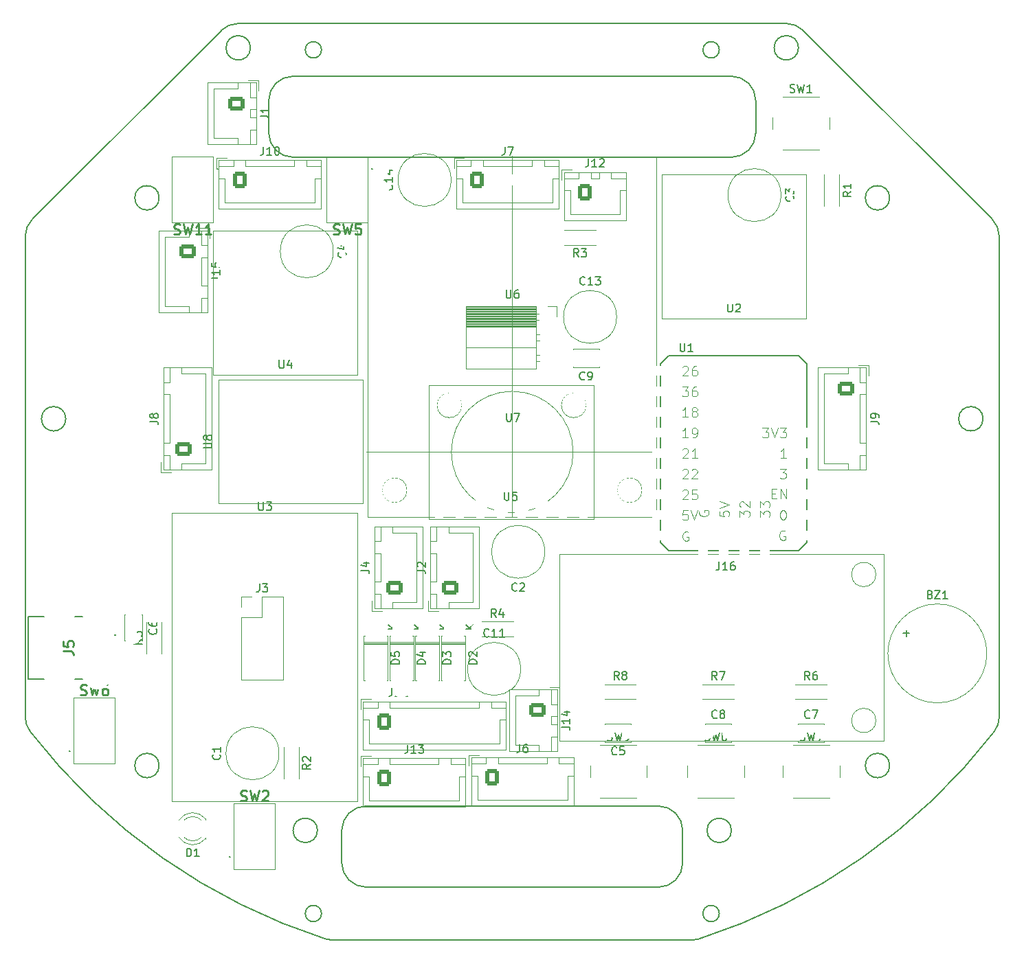
<source format=gto>
G04 #@! TF.GenerationSoftware,KiCad,Pcbnew,(6.0.2)*
G04 #@! TF.CreationDate,2022-03-28T07:24:51+09:00*
G04 #@! TF.ProjectId,Main_Board,4d61696e-5f42-46f6-9172-642e6b696361,rev?*
G04 #@! TF.SameCoordinates,Original*
G04 #@! TF.FileFunction,Legend,Top*
G04 #@! TF.FilePolarity,Positive*
%FSLAX46Y46*%
G04 Gerber Fmt 4.6, Leading zero omitted, Abs format (unit mm)*
G04 Created by KiCad (PCBNEW (6.0.2)) date 2022-03-28 07:24:51*
%MOMM*%
%LPD*%
G01*
G04 APERTURE LIST*
G04 Aperture macros list*
%AMRoundRect*
0 Rectangle with rounded corners*
0 $1 Rounding radius*
0 $2 $3 $4 $5 $6 $7 $8 $9 X,Y pos of 4 corners*
0 Add a 4 corners polygon primitive as box body*
4,1,4,$2,$3,$4,$5,$6,$7,$8,$9,$2,$3,0*
0 Add four circle primitives for the rounded corners*
1,1,$1+$1,$2,$3*
1,1,$1+$1,$4,$5*
1,1,$1+$1,$6,$7*
1,1,$1+$1,$8,$9*
0 Add four rect primitives between the rounded corners*
20,1,$1+$1,$2,$3,$4,$5,0*
20,1,$1+$1,$4,$5,$6,$7,0*
20,1,$1+$1,$6,$7,$8,$9,0*
20,1,$1+$1,$8,$9,$2,$3,0*%
G04 Aperture macros list end*
G04 #@! TA.AperFunction,Profile*
%ADD10C,0.200000*%
G04 #@! TD*
%ADD11C,0.150000*%
%ADD12C,0.254000*%
%ADD13C,0.100000*%
%ADD14C,0.120000*%
%ADD15C,0.200000*%
G04 #@! TA.AperFunction,Profile*
%ADD16C,0.120000*%
G04 #@! TD*
%ADD17C,1.635000*%
%ADD18C,1.600000*%
%ADD19R,2.200000X2.200000*%
%ADD20O,2.200000X2.200000*%
%ADD21C,1.400000*%
%ADD22O,1.400000X1.400000*%
%ADD23C,1.700000*%
%ADD24C,3.000000*%
%ADD25O,1.700000X2.500000*%
%ADD26RoundRect,0.250000X-0.725000X0.600000X-0.725000X-0.600000X0.725000X-0.600000X0.725000X0.600000X0*%
%ADD27O,1.950000X1.700000*%
%ADD28RoundRect,0.250000X-0.600000X-0.725000X0.600000X-0.725000X0.600000X0.725000X-0.600000X0.725000X0*%
%ADD29O,1.700000X1.950000*%
%ADD30R,2.000000X2.000000*%
%ADD31C,2.000000*%
%ADD32R,1.700000X1.700000*%
%ADD33O,1.700000X1.700000*%
%ADD34RoundRect,0.250000X-0.750000X0.600000X-0.750000X-0.600000X0.750000X-0.600000X0.750000X0.600000X0*%
%ADD35O,2.000000X1.700000*%
%ADD36RoundRect,0.250000X0.725000X-0.600000X0.725000X0.600000X-0.725000X0.600000X-0.725000X-0.600000X0*%
%ADD37R,2.000000X1.200000*%
%ADD38O,1.400000X1.300000*%
%ADD39R,1.400000X1.300000*%
%ADD40O,1.300000X1.400000*%
%ADD41R,1.200000X2.000000*%
%ADD42R,1.300000X1.300000*%
%ADD43R,1.800000X1.800000*%
%ADD44C,1.800000*%
%ADD45C,1.200000*%
%ADD46C,2.950000*%
%ADD47C,3.090000*%
%ADD48C,1.524000*%
%ADD49RoundRect,0.250000X-0.600000X-0.750000X0.600000X-0.750000X0.600000X0.750000X-0.600000X0.750000X0*%
%ADD50O,1.700000X2.000000*%
G04 APERTURE END LIST*
D10*
X135782005Y-91484651D02*
G75*
G03*
X135782005Y-91484651I-1500000J0D01*
G01*
X216282005Y-45992010D02*
G75*
G03*
X216282005Y-45992010I-1000000J0D01*
G01*
X208782005Y-149242010D02*
G75*
G03*
X211782005Y-146242010I-1J3000001D01*
G01*
X237282005Y-64242010D02*
G75*
G03*
X237282005Y-64242010I-1500000J0D01*
G01*
X226660685Y-43620690D02*
X249903325Y-66863330D01*
X157024646Y-42742010D02*
G75*
G03*
X154903325Y-43620690I-3J-2999994D01*
G01*
X160782005Y-56242010D02*
G75*
G03*
X163782005Y-59242010I3000001J1D01*
G01*
X160782005Y-52242010D02*
X160782005Y-56242010D01*
X250782005Y-68984651D02*
G75*
G03*
X249903325Y-66863330I-2999994J3D01*
G01*
X211782005Y-142242010D02*
G75*
G03*
X208782005Y-139242010I-3000001J-1D01*
G01*
X163782005Y-59242010D02*
X217782005Y-59242010D01*
X217782005Y-142242010D02*
G75*
G03*
X217782005Y-142242010I-1500000J0D01*
G01*
X157024646Y-42742010D02*
X224539364Y-42742010D01*
X220782005Y-56242010D02*
X220782005Y-52242010D01*
X147282005Y-64242010D02*
G75*
G03*
X147282005Y-64242010I-1500000J0D01*
G01*
X131660685Y-66863330D02*
X154903325Y-43620690D01*
X131407005Y-130063505D02*
G75*
G03*
X167829319Y-155643510I59375005J45821502D01*
G01*
X250782005Y-68984651D02*
X250782005Y-128230645D01*
X130782005Y-128230645D02*
G75*
G03*
X131407005Y-130063505I3000003J1D01*
G01*
X220782005Y-52242010D02*
G75*
G03*
X217782005Y-49242010I-3000001J-1D01*
G01*
X169782005Y-146242010D02*
G75*
G03*
X172782005Y-149242010I3000001J1D01*
G01*
X172782005Y-139242010D02*
G75*
G03*
X169782005Y-142242010I1J-3000001D01*
G01*
X212816583Y-155787450D02*
X168747427Y-155787450D01*
X211782005Y-142242010D02*
X211782005Y-146242010D01*
X172782005Y-139242010D02*
X208782005Y-139242010D01*
X217782005Y-59242010D02*
G75*
G03*
X220782005Y-56242010I-1J3000001D01*
G01*
X131660685Y-66863330D02*
G75*
G03*
X130782005Y-68984651I2121314J-2121318D01*
G01*
X212816583Y-155787450D02*
G75*
G03*
X213734691Y-155643510I5J2999973D01*
G01*
X213734691Y-155643510D02*
G75*
G03*
X250157005Y-130063505I-22952691J71401507D01*
G01*
X130782005Y-128230645D02*
X130782005Y-68984651D01*
X237282005Y-134242010D02*
G75*
G03*
X237282005Y-134242010I-1500000J0D01*
G01*
X163782005Y-49242010D02*
G75*
G03*
X160782005Y-52242010I1J-3000001D01*
G01*
X226660685Y-43620690D02*
G75*
G03*
X224539364Y-42742010I-2121318J-2121314D01*
G01*
X226039364Y-45742010D02*
G75*
G03*
X226039364Y-45742010I-1500000J0D01*
G01*
X167282005Y-45992010D02*
G75*
G03*
X167282005Y-45992010I-1000000J0D01*
G01*
X158524646Y-45742010D02*
G75*
G03*
X158524646Y-45742010I-1500000J0D01*
G01*
X167829319Y-155643510D02*
G75*
G03*
X168747427Y-155787450I918101J2856020D01*
G01*
X216282005Y-152492010D02*
G75*
G03*
X216282005Y-152492010I-1000000J0D01*
G01*
X250157005Y-130063505D02*
G75*
G03*
X250782005Y-128230645I-2375003J1832861D01*
G01*
X248782005Y-91484651D02*
G75*
G03*
X248782005Y-91484651I-1500000J0D01*
G01*
X167282005Y-152492010D02*
G75*
G03*
X167282005Y-152492010I-1000000J0D01*
G01*
X217782005Y-49242010D02*
X163782005Y-49242010D01*
X208782005Y-149242010D02*
X172782005Y-149242010D01*
X166782005Y-142242010D02*
G75*
G03*
X166782005Y-142242010I-1500000J0D01*
G01*
X147282005Y-134242010D02*
G75*
G03*
X147282005Y-134242010I-1500000J0D01*
G01*
X169782005Y-146242010D02*
X169782005Y-142242010D01*
D11*
X154739142Y-132901366D02*
X154786761Y-132948985D01*
X154834380Y-133091842D01*
X154834380Y-133187080D01*
X154786761Y-133329938D01*
X154691523Y-133425176D01*
X154596285Y-133472795D01*
X154405809Y-133520414D01*
X154262952Y-133520414D01*
X154072476Y-133472795D01*
X153977238Y-133425176D01*
X153882000Y-133329938D01*
X153834380Y-133187080D01*
X153834380Y-133091842D01*
X153882000Y-132948985D01*
X153929619Y-132901366D01*
X154834380Y-131948985D02*
X154834380Y-132520414D01*
X154834380Y-132234700D02*
X153834380Y-132234700D01*
X153977238Y-132329938D01*
X154072476Y-132425176D01*
X154120095Y-132520414D01*
X225384142Y-64071366D02*
X225431761Y-64118985D01*
X225479380Y-64261842D01*
X225479380Y-64357080D01*
X225431761Y-64499938D01*
X225336523Y-64595176D01*
X225241285Y-64642795D01*
X225050809Y-64690414D01*
X224907952Y-64690414D01*
X224717476Y-64642795D01*
X224622238Y-64595176D01*
X224527000Y-64499938D01*
X224479380Y-64357080D01*
X224479380Y-64261842D01*
X224527000Y-64118985D01*
X224574619Y-64071366D01*
X224479380Y-63738033D02*
X224479380Y-63118985D01*
X224860333Y-63452319D01*
X224860333Y-63309461D01*
X224907952Y-63214223D01*
X224955571Y-63166604D01*
X225050809Y-63118985D01*
X225288904Y-63118985D01*
X225384142Y-63166604D01*
X225431761Y-63214223D01*
X225479380Y-63309461D01*
X225479380Y-63595176D01*
X225431761Y-63690414D01*
X225384142Y-63738033D01*
X183239380Y-121729095D02*
X182239380Y-121729095D01*
X182239380Y-121491000D01*
X182287000Y-121348142D01*
X182382238Y-121252904D01*
X182477476Y-121205285D01*
X182667952Y-121157666D01*
X182810809Y-121157666D01*
X183001285Y-121205285D01*
X183096523Y-121252904D01*
X183191761Y-121348142D01*
X183239380Y-121491000D01*
X183239380Y-121729095D01*
X182239380Y-120824333D02*
X182239380Y-120205285D01*
X182620333Y-120538619D01*
X182620333Y-120395761D01*
X182667952Y-120300523D01*
X182715571Y-120252904D01*
X182810809Y-120205285D01*
X183048904Y-120205285D01*
X183144142Y-120252904D01*
X183191761Y-120300523D01*
X183239380Y-120395761D01*
X183239380Y-120681476D01*
X183191761Y-120776714D01*
X183144142Y-120824333D01*
X182869380Y-117442904D02*
X181869380Y-117442904D01*
X182869380Y-116871476D02*
X182297952Y-117300047D01*
X181869380Y-116871476D02*
X182440809Y-117442904D01*
X216000333Y-123672080D02*
X215667000Y-123195890D01*
X215428904Y-123672080D02*
X215428904Y-122672080D01*
X215809857Y-122672080D01*
X215905095Y-122719700D01*
X215952714Y-122767319D01*
X216000333Y-122862557D01*
X216000333Y-123005414D01*
X215952714Y-123100652D01*
X215905095Y-123148271D01*
X215809857Y-123195890D01*
X215428904Y-123195890D01*
X216333666Y-122672080D02*
X217000333Y-122672080D01*
X216571761Y-123672080D01*
X199705333Y-86608142D02*
X199657714Y-86655761D01*
X199514857Y-86703380D01*
X199419619Y-86703380D01*
X199276761Y-86655761D01*
X199181523Y-86560523D01*
X199133904Y-86465285D01*
X199086285Y-86274809D01*
X199086285Y-86131952D01*
X199133904Y-85941476D01*
X199181523Y-85846238D01*
X199276761Y-85751000D01*
X199419619Y-85703380D01*
X199514857Y-85703380D01*
X199657714Y-85751000D01*
X199705333Y-85798619D01*
X200181523Y-86703380D02*
X200372000Y-86703380D01*
X200467238Y-86655761D01*
X200514857Y-86608142D01*
X200610095Y-86465285D01*
X200657714Y-86274809D01*
X200657714Y-85893857D01*
X200610095Y-85798619D01*
X200562476Y-85751000D01*
X200467238Y-85703380D01*
X200276761Y-85703380D01*
X200181523Y-85751000D01*
X200133904Y-85798619D01*
X200086285Y-85893857D01*
X200086285Y-86131952D01*
X200133904Y-86227190D01*
X200181523Y-86274809D01*
X200276761Y-86322428D01*
X200467238Y-86322428D01*
X200562476Y-86274809D01*
X200610095Y-86227190D01*
X200657714Y-86131952D01*
X152769380Y-95088904D02*
X153578904Y-95088904D01*
X153674142Y-95041285D01*
X153721761Y-94993666D01*
X153769380Y-94898428D01*
X153769380Y-94707952D01*
X153721761Y-94612714D01*
X153674142Y-94565095D01*
X153578904Y-94517476D01*
X152769380Y-94517476D01*
X153197952Y-93898428D02*
X153150333Y-93993666D01*
X153102714Y-94041285D01*
X153007476Y-94088904D01*
X152959857Y-94088904D01*
X152864619Y-94041285D01*
X152817000Y-93993666D01*
X152769380Y-93898428D01*
X152769380Y-93707952D01*
X152817000Y-93612714D01*
X152864619Y-93565095D01*
X152959857Y-93517476D01*
X153007476Y-93517476D01*
X153102714Y-93565095D01*
X153150333Y-93612714D01*
X153197952Y-93707952D01*
X153197952Y-93898428D01*
X153245571Y-93993666D01*
X153293190Y-94041285D01*
X153388428Y-94088904D01*
X153578904Y-94088904D01*
X153674142Y-94041285D01*
X153721761Y-93993666D01*
X153769380Y-93898428D01*
X153769380Y-93707952D01*
X153721761Y-93612714D01*
X153674142Y-93565095D01*
X153578904Y-93517476D01*
X153388428Y-93517476D01*
X153293190Y-93565095D01*
X153245571Y-93612714D01*
X153197952Y-93707952D01*
X176889380Y-121729095D02*
X175889380Y-121729095D01*
X175889380Y-121491000D01*
X175937000Y-121348142D01*
X176032238Y-121252904D01*
X176127476Y-121205285D01*
X176317952Y-121157666D01*
X176460809Y-121157666D01*
X176651285Y-121205285D01*
X176746523Y-121252904D01*
X176841761Y-121348142D01*
X176889380Y-121491000D01*
X176889380Y-121729095D01*
X175889380Y-120252904D02*
X175889380Y-120729095D01*
X176365571Y-120776714D01*
X176317952Y-120729095D01*
X176270333Y-120633857D01*
X176270333Y-120395761D01*
X176317952Y-120300523D01*
X176365571Y-120252904D01*
X176460809Y-120205285D01*
X176698904Y-120205285D01*
X176794142Y-120252904D01*
X176841761Y-120300523D01*
X176889380Y-120395761D01*
X176889380Y-120633857D01*
X176841761Y-120729095D01*
X176794142Y-120776714D01*
X176519380Y-117442904D02*
X175519380Y-117442904D01*
X176519380Y-116871476D02*
X175947952Y-117300047D01*
X175519380Y-116871476D02*
X176090809Y-117442904D01*
X190085095Y-90794380D02*
X190085095Y-91603904D01*
X190132714Y-91699142D01*
X190180333Y-91746761D01*
X190275571Y-91794380D01*
X190466047Y-91794380D01*
X190561285Y-91746761D01*
X190608904Y-91699142D01*
X190656523Y-91603904D01*
X190656523Y-90794380D01*
X191037476Y-90794380D02*
X191704142Y-90794380D01*
X191275571Y-91794380D01*
X234934380Y-91818033D02*
X235648666Y-91818033D01*
X235791523Y-91865652D01*
X235886761Y-91960890D01*
X235934380Y-92103747D01*
X235934380Y-92198985D01*
X235934380Y-91294223D02*
X235934380Y-91103747D01*
X235886761Y-91008509D01*
X235839142Y-90960890D01*
X235696285Y-90865652D01*
X235505809Y-90818033D01*
X235124857Y-90818033D01*
X235029619Y-90865652D01*
X234982000Y-90913271D01*
X234934380Y-91008509D01*
X234934380Y-91198985D01*
X234982000Y-91294223D01*
X235029619Y-91341842D01*
X235124857Y-91389461D01*
X235362952Y-91389461D01*
X235458190Y-91341842D01*
X235505809Y-91294223D01*
X235553428Y-91198985D01*
X235553428Y-91008509D01*
X235505809Y-90913271D01*
X235458190Y-90865652D01*
X235362952Y-90818033D01*
X153779380Y-74141523D02*
X154493666Y-74141523D01*
X154636523Y-74189142D01*
X154731761Y-74284380D01*
X154779380Y-74427238D01*
X154779380Y-74522476D01*
X154779380Y-73141523D02*
X154779380Y-73712952D01*
X154779380Y-73427238D02*
X153779380Y-73427238D01*
X153922238Y-73522476D01*
X154017476Y-73617714D01*
X154065095Y-73712952D01*
X153779380Y-72236761D02*
X153779380Y-72712952D01*
X154255571Y-72760571D01*
X154207952Y-72712952D01*
X154160333Y-72617714D01*
X154160333Y-72379619D01*
X154207952Y-72284380D01*
X154255571Y-72236761D01*
X154350809Y-72189142D01*
X154588904Y-72189142D01*
X154684142Y-72236761D01*
X154731761Y-72284380D01*
X154779380Y-72379619D01*
X154779380Y-72617714D01*
X154731761Y-72712952D01*
X154684142Y-72760571D01*
X160127476Y-57954380D02*
X160127476Y-58668666D01*
X160079857Y-58811523D01*
X159984619Y-58906761D01*
X159841761Y-58954380D01*
X159746523Y-58954380D01*
X161127476Y-58954380D02*
X160556047Y-58954380D01*
X160841761Y-58954380D02*
X160841761Y-57954380D01*
X160746523Y-58097238D01*
X160651285Y-58192476D01*
X160556047Y-58240095D01*
X161746523Y-57954380D02*
X161841761Y-57954380D01*
X161937000Y-58002000D01*
X161984619Y-58049619D01*
X162032238Y-58144857D01*
X162079857Y-58335333D01*
X162079857Y-58573428D01*
X162032238Y-58763904D01*
X161984619Y-58859142D01*
X161937000Y-58906761D01*
X161841761Y-58954380D01*
X161746523Y-58954380D01*
X161651285Y-58906761D01*
X161603666Y-58859142D01*
X161556047Y-58763904D01*
X161508428Y-58573428D01*
X161508428Y-58335333D01*
X161556047Y-58144857D01*
X161603666Y-58049619D01*
X161651285Y-58002000D01*
X161746523Y-57954380D01*
X198955333Y-71522380D02*
X198622000Y-71046190D01*
X198383904Y-71522380D02*
X198383904Y-70522380D01*
X198764857Y-70522380D01*
X198860095Y-70570000D01*
X198907714Y-70617619D01*
X198955333Y-70712857D01*
X198955333Y-70855714D01*
X198907714Y-70950952D01*
X198860095Y-70998571D01*
X198764857Y-71046190D01*
X198383904Y-71046190D01*
X199288666Y-70522380D02*
X199907714Y-70522380D01*
X199574380Y-70903333D01*
X199717238Y-70903333D01*
X199812476Y-70950952D01*
X199860095Y-70998571D01*
X199907714Y-71093809D01*
X199907714Y-71331904D01*
X199860095Y-71427142D01*
X199812476Y-71474761D01*
X199717238Y-71522380D01*
X199431523Y-71522380D01*
X199336285Y-71474761D01*
X199288666Y-71427142D01*
D12*
X168768666Y-68686047D02*
X168950095Y-68746523D01*
X169252476Y-68746523D01*
X169373428Y-68686047D01*
X169433904Y-68625571D01*
X169494380Y-68504619D01*
X169494380Y-68383666D01*
X169433904Y-68262714D01*
X169373428Y-68202238D01*
X169252476Y-68141761D01*
X169010571Y-68081285D01*
X168889619Y-68020809D01*
X168829142Y-67960333D01*
X168768666Y-67839380D01*
X168768666Y-67718428D01*
X168829142Y-67597476D01*
X168889619Y-67537000D01*
X169010571Y-67476523D01*
X169312952Y-67476523D01*
X169494380Y-67537000D01*
X169917714Y-67476523D02*
X170220095Y-68746523D01*
X170462000Y-67839380D01*
X170703904Y-68746523D01*
X171006285Y-67476523D01*
X172094857Y-67476523D02*
X171490095Y-67476523D01*
X171429619Y-68081285D01*
X171490095Y-68020809D01*
X171611047Y-67960333D01*
X171913428Y-67960333D01*
X172034380Y-68020809D01*
X172094857Y-68081285D01*
X172155333Y-68202238D01*
X172155333Y-68504619D01*
X172094857Y-68625571D01*
X172034380Y-68686047D01*
X171913428Y-68746523D01*
X171611047Y-68746523D01*
X171490095Y-68686047D01*
X171429619Y-68625571D01*
D11*
X187909142Y-118281842D02*
X187861523Y-118329461D01*
X187718666Y-118377080D01*
X187623428Y-118377080D01*
X187480571Y-118329461D01*
X187385333Y-118234223D01*
X187337714Y-118138985D01*
X187290095Y-117948509D01*
X187290095Y-117805652D01*
X187337714Y-117615176D01*
X187385333Y-117519938D01*
X187480571Y-117424700D01*
X187623428Y-117377080D01*
X187718666Y-117377080D01*
X187861523Y-117424700D01*
X187909142Y-117472319D01*
X188861523Y-118377080D02*
X188290095Y-118377080D01*
X188575809Y-118377080D02*
X188575809Y-117377080D01*
X188480571Y-117519938D01*
X188385333Y-117615176D01*
X188290095Y-117662795D01*
X189813904Y-118377080D02*
X189242476Y-118377080D01*
X189528190Y-118377080D02*
X189528190Y-117377080D01*
X189432952Y-117519938D01*
X189337714Y-117615176D01*
X189242476Y-117662795D01*
X145174380Y-118681366D02*
X144698190Y-119014700D01*
X145174380Y-119252795D02*
X144174380Y-119252795D01*
X144174380Y-118871842D01*
X144222000Y-118776604D01*
X144269619Y-118728985D01*
X144364857Y-118681366D01*
X144507714Y-118681366D01*
X144602952Y-118728985D01*
X144650571Y-118776604D01*
X144698190Y-118871842D01*
X144698190Y-119252795D01*
X144174380Y-117776604D02*
X144174380Y-118252795D01*
X144650571Y-118300414D01*
X144602952Y-118252795D01*
X144555333Y-118157557D01*
X144555333Y-117919461D01*
X144602952Y-117824223D01*
X144650571Y-117776604D01*
X144745809Y-117728985D01*
X144983904Y-117728985D01*
X145079142Y-117776604D01*
X145126761Y-117824223D01*
X145174380Y-117919461D01*
X145174380Y-118157557D01*
X145126761Y-118252795D01*
X145079142Y-118300414D01*
X191718666Y-131613380D02*
X191718666Y-132327666D01*
X191671047Y-132470523D01*
X191575809Y-132565761D01*
X191432952Y-132613380D01*
X191337714Y-132613380D01*
X192623428Y-131613380D02*
X192432952Y-131613380D01*
X192337714Y-131661000D01*
X192290095Y-131708619D01*
X192194857Y-131851476D01*
X192147238Y-132041952D01*
X192147238Y-132422904D01*
X192194857Y-132518142D01*
X192242476Y-132565761D01*
X192337714Y-132613380D01*
X192528190Y-132613380D01*
X192623428Y-132565761D01*
X192671047Y-132518142D01*
X192718666Y-132422904D01*
X192718666Y-132184809D01*
X192671047Y-132089571D01*
X192623428Y-132041952D01*
X192528190Y-131994333D01*
X192337714Y-131994333D01*
X192242476Y-132041952D01*
X192194857Y-132089571D01*
X192147238Y-132184809D01*
X242271047Y-113148271D02*
X242413904Y-113195890D01*
X242461523Y-113243509D01*
X242509142Y-113338747D01*
X242509142Y-113481604D01*
X242461523Y-113576842D01*
X242413904Y-113624461D01*
X242318666Y-113672080D01*
X241937714Y-113672080D01*
X241937714Y-112672080D01*
X242271047Y-112672080D01*
X242366285Y-112719700D01*
X242413904Y-112767319D01*
X242461523Y-112862557D01*
X242461523Y-112957795D01*
X242413904Y-113053033D01*
X242366285Y-113100652D01*
X242271047Y-113148271D01*
X241937714Y-113148271D01*
X242842476Y-112672080D02*
X243509142Y-112672080D01*
X242842476Y-113672080D01*
X243509142Y-113672080D01*
X244413904Y-113672080D02*
X243842476Y-113672080D01*
X244128190Y-113672080D02*
X244128190Y-112672080D01*
X244032952Y-112814938D01*
X243937714Y-112910176D01*
X243842476Y-112957795D01*
X238961047Y-117951128D02*
X239722952Y-117951128D01*
X239342000Y-118332080D02*
X239342000Y-117570176D01*
X216000333Y-128326842D02*
X215952714Y-128374461D01*
X215809857Y-128422080D01*
X215714619Y-128422080D01*
X215571761Y-128374461D01*
X215476523Y-128279223D01*
X215428904Y-128183985D01*
X215381285Y-127993509D01*
X215381285Y-127850652D01*
X215428904Y-127660176D01*
X215476523Y-127564938D01*
X215571761Y-127469700D01*
X215714619Y-127422080D01*
X215809857Y-127422080D01*
X215952714Y-127469700D01*
X216000333Y-127517319D01*
X216571761Y-127850652D02*
X216476523Y-127803033D01*
X216428904Y-127755414D01*
X216381285Y-127660176D01*
X216381285Y-127612557D01*
X216428904Y-127517319D01*
X216476523Y-127469700D01*
X216571761Y-127422080D01*
X216762238Y-127422080D01*
X216857476Y-127469700D01*
X216905095Y-127517319D01*
X216952714Y-127612557D01*
X216952714Y-127660176D01*
X216905095Y-127755414D01*
X216857476Y-127803033D01*
X216762238Y-127850652D01*
X216571761Y-127850652D01*
X216476523Y-127898271D01*
X216428904Y-127945890D01*
X216381285Y-128041128D01*
X216381285Y-128231604D01*
X216428904Y-128326842D01*
X216476523Y-128374461D01*
X216571761Y-128422080D01*
X216762238Y-128422080D01*
X216857476Y-128374461D01*
X216905095Y-128326842D01*
X216952714Y-128231604D01*
X216952714Y-128041128D01*
X216905095Y-127945890D01*
X216857476Y-127898271D01*
X216762238Y-127850652D01*
X159638666Y-111837080D02*
X159638666Y-112551366D01*
X159591047Y-112694223D01*
X159495809Y-112789461D01*
X159352952Y-112837080D01*
X159257714Y-112837080D01*
X160019619Y-111837080D02*
X160638666Y-111837080D01*
X160305333Y-112218033D01*
X160448190Y-112218033D01*
X160543428Y-112265652D01*
X160591047Y-112313271D01*
X160638666Y-112408509D01*
X160638666Y-112646604D01*
X160591047Y-112741842D01*
X160543428Y-112789461D01*
X160448190Y-112837080D01*
X160162476Y-112837080D01*
X160067238Y-112789461D01*
X160019619Y-112741842D01*
X188795333Y-115942380D02*
X188462000Y-115466190D01*
X188223904Y-115942380D02*
X188223904Y-114942380D01*
X188604857Y-114942380D01*
X188700095Y-114990000D01*
X188747714Y-115037619D01*
X188795333Y-115132857D01*
X188795333Y-115275714D01*
X188747714Y-115370952D01*
X188700095Y-115418571D01*
X188604857Y-115466190D01*
X188223904Y-115466190D01*
X189652476Y-115275714D02*
X189652476Y-115942380D01*
X189414380Y-114894761D02*
X189176285Y-115609047D01*
X189795333Y-115609047D01*
X190040095Y-75599380D02*
X190040095Y-76408904D01*
X190087714Y-76504142D01*
X190135333Y-76551761D01*
X190230571Y-76599380D01*
X190421047Y-76599380D01*
X190516285Y-76551761D01*
X190563904Y-76504142D01*
X190611523Y-76408904D01*
X190611523Y-75599380D01*
X191516285Y-75599380D02*
X191325809Y-75599380D01*
X191230571Y-75647000D01*
X191182952Y-75694619D01*
X191087714Y-75837476D01*
X191040095Y-76027952D01*
X191040095Y-76408904D01*
X191087714Y-76504142D01*
X191135333Y-76551761D01*
X191230571Y-76599380D01*
X191421047Y-76599380D01*
X191516285Y-76551761D01*
X191563904Y-76504142D01*
X191611523Y-76408904D01*
X191611523Y-76170809D01*
X191563904Y-76075571D01*
X191516285Y-76027952D01*
X191421047Y-75980333D01*
X191230571Y-75980333D01*
X191135333Y-76027952D01*
X191087714Y-76075571D01*
X191040095Y-76170809D01*
X159784380Y-54179333D02*
X160498666Y-54179333D01*
X160641523Y-54226952D01*
X160736761Y-54322190D01*
X160784380Y-54465047D01*
X160784380Y-54560285D01*
X160784380Y-53179333D02*
X160784380Y-53750761D01*
X160784380Y-53465047D02*
X159784380Y-53465047D01*
X159927238Y-53560285D01*
X160022476Y-53655523D01*
X160070095Y-53750761D01*
D12*
X137608666Y-125498747D02*
X137790095Y-125559223D01*
X138092476Y-125559223D01*
X138213428Y-125498747D01*
X138273904Y-125438271D01*
X138334380Y-125317319D01*
X138334380Y-125196366D01*
X138273904Y-125075414D01*
X138213428Y-125014938D01*
X138092476Y-124954461D01*
X137850571Y-124893985D01*
X137729619Y-124833509D01*
X137669142Y-124773033D01*
X137608666Y-124652080D01*
X137608666Y-124531128D01*
X137669142Y-124410176D01*
X137729619Y-124349700D01*
X137850571Y-124289223D01*
X138152952Y-124289223D01*
X138334380Y-124349700D01*
X138757714Y-124289223D02*
X139060095Y-125559223D01*
X139302000Y-124652080D01*
X139543904Y-125559223D01*
X139846285Y-124289223D01*
X140874380Y-124289223D02*
X140632476Y-124289223D01*
X140511523Y-124349700D01*
X140451047Y-124410176D01*
X140330095Y-124591604D01*
X140269619Y-124833509D01*
X140269619Y-125317319D01*
X140330095Y-125438271D01*
X140390571Y-125498747D01*
X140511523Y-125559223D01*
X140753428Y-125559223D01*
X140874380Y-125498747D01*
X140934857Y-125438271D01*
X140995333Y-125317319D01*
X140995333Y-125014938D01*
X140934857Y-124893985D01*
X140874380Y-124833509D01*
X140753428Y-124773033D01*
X140511523Y-124773033D01*
X140390571Y-124833509D01*
X140330095Y-124893985D01*
X140269619Y-125014938D01*
X149113904Y-68686047D02*
X149295333Y-68746523D01*
X149597714Y-68746523D01*
X149718666Y-68686047D01*
X149779142Y-68625571D01*
X149839619Y-68504619D01*
X149839619Y-68383666D01*
X149779142Y-68262714D01*
X149718666Y-68202238D01*
X149597714Y-68141761D01*
X149355809Y-68081285D01*
X149234857Y-68020809D01*
X149174380Y-67960333D01*
X149113904Y-67839380D01*
X149113904Y-67718428D01*
X149174380Y-67597476D01*
X149234857Y-67537000D01*
X149355809Y-67476523D01*
X149658190Y-67476523D01*
X149839619Y-67537000D01*
X150262952Y-67476523D02*
X150565333Y-68746523D01*
X150807238Y-67839380D01*
X151049142Y-68746523D01*
X151351523Y-67476523D01*
X152500571Y-68746523D02*
X151774857Y-68746523D01*
X152137714Y-68746523D02*
X152137714Y-67476523D01*
X152016761Y-67657952D01*
X151895809Y-67778904D01*
X151774857Y-67839380D01*
X153710095Y-68746523D02*
X152984380Y-68746523D01*
X153347238Y-68746523D02*
X153347238Y-67476523D01*
X153226285Y-67657952D01*
X153105333Y-67778904D01*
X152984380Y-67839380D01*
D11*
X232524380Y-63467666D02*
X232048190Y-63801000D01*
X232524380Y-64039095D02*
X231524380Y-64039095D01*
X231524380Y-63658142D01*
X231572000Y-63562904D01*
X231619619Y-63515285D01*
X231714857Y-63467666D01*
X231857714Y-63467666D01*
X231952952Y-63515285D01*
X232000571Y-63562904D01*
X232048190Y-63658142D01*
X232048190Y-64039095D01*
X232524380Y-62515285D02*
X232524380Y-63086714D01*
X232524380Y-62801000D02*
X231524380Y-62801000D01*
X231667238Y-62896238D01*
X231762476Y-62991476D01*
X231810095Y-63086714D01*
X159540095Y-101772080D02*
X159540095Y-102581604D01*
X159587714Y-102676842D01*
X159635333Y-102724461D01*
X159730571Y-102772080D01*
X159921047Y-102772080D01*
X160016285Y-102724461D01*
X160063904Y-102676842D01*
X160111523Y-102581604D01*
X160111523Y-101772080D01*
X160492476Y-101772080D02*
X161111523Y-101772080D01*
X160778190Y-102153033D01*
X160921047Y-102153033D01*
X161016285Y-102200652D01*
X161063904Y-102248271D01*
X161111523Y-102343509D01*
X161111523Y-102581604D01*
X161063904Y-102676842D01*
X161016285Y-102724461D01*
X160921047Y-102772080D01*
X160635333Y-102772080D01*
X160540095Y-102724461D01*
X160492476Y-102676842D01*
X146169380Y-91818033D02*
X146883666Y-91818033D01*
X147026523Y-91865652D01*
X147121761Y-91960890D01*
X147169380Y-92103747D01*
X147169380Y-92198985D01*
X146597952Y-91198985D02*
X146550333Y-91294223D01*
X146502714Y-91341842D01*
X146407476Y-91389461D01*
X146359857Y-91389461D01*
X146264619Y-91341842D01*
X146217000Y-91294223D01*
X146169380Y-91198985D01*
X146169380Y-91008509D01*
X146217000Y-90913271D01*
X146264619Y-90865652D01*
X146359857Y-90818033D01*
X146407476Y-90818033D01*
X146502714Y-90865652D01*
X146550333Y-90913271D01*
X146597952Y-91008509D01*
X146597952Y-91198985D01*
X146645571Y-91294223D01*
X146693190Y-91341842D01*
X146788428Y-91389461D01*
X146978904Y-91389461D01*
X147074142Y-91341842D01*
X147121761Y-91294223D01*
X147169380Y-91198985D01*
X147169380Y-91008509D01*
X147121761Y-90913271D01*
X147074142Y-90865652D01*
X146978904Y-90818033D01*
X146788428Y-90818033D01*
X146693190Y-90865652D01*
X146645571Y-90913271D01*
X146597952Y-91008509D01*
X227430333Y-123672080D02*
X227097000Y-123195890D01*
X226858904Y-123672080D02*
X226858904Y-122672080D01*
X227239857Y-122672080D01*
X227335095Y-122719700D01*
X227382714Y-122767319D01*
X227430333Y-122862557D01*
X227430333Y-123005414D01*
X227382714Y-123100652D01*
X227335095Y-123148271D01*
X227239857Y-123195890D01*
X226858904Y-123195890D01*
X228287476Y-122672080D02*
X228097000Y-122672080D01*
X228001761Y-122719700D01*
X227954142Y-122767319D01*
X227858904Y-122910176D01*
X227811285Y-123100652D01*
X227811285Y-123481604D01*
X227858904Y-123576842D01*
X227906523Y-123624461D01*
X228001761Y-123672080D01*
X228192238Y-123672080D01*
X228287476Y-123624461D01*
X228335095Y-123576842D01*
X228382714Y-123481604D01*
X228382714Y-123243509D01*
X228335095Y-123148271D01*
X228287476Y-123100652D01*
X228192238Y-123053033D01*
X228001761Y-123053033D01*
X227906523Y-123100652D01*
X227858904Y-123148271D01*
X227811285Y-123243509D01*
X211468095Y-82174080D02*
X211468095Y-82983604D01*
X211515714Y-83078842D01*
X211563333Y-83126461D01*
X211658571Y-83174080D01*
X211849047Y-83174080D01*
X211944285Y-83126461D01*
X211991904Y-83078842D01*
X212039523Y-82983604D01*
X212039523Y-82174080D01*
X213039523Y-83174080D02*
X212468095Y-83174080D01*
X212753809Y-83174080D02*
X212753809Y-82174080D01*
X212658571Y-82316938D01*
X212563333Y-82412176D01*
X212468095Y-82459795D01*
D13*
X211708608Y-87534817D02*
X212451465Y-87534817D01*
X212051465Y-87991960D01*
X212222894Y-87991960D01*
X212337180Y-88049102D01*
X212394322Y-88106245D01*
X212451465Y-88220531D01*
X212451465Y-88506245D01*
X212394322Y-88620531D01*
X212337180Y-88677674D01*
X212222894Y-88734817D01*
X211880037Y-88734817D01*
X211765751Y-88677674D01*
X211708608Y-88620531D01*
X213480037Y-87534817D02*
X213251465Y-87534817D01*
X213137180Y-87591960D01*
X213080037Y-87649102D01*
X212965751Y-87820531D01*
X212908608Y-88049102D01*
X212908608Y-88506245D01*
X212965751Y-88620531D01*
X213022894Y-88677674D01*
X213137180Y-88734817D01*
X213365751Y-88734817D01*
X213480037Y-88677674D01*
X213537180Y-88620531D01*
X213594322Y-88506245D01*
X213594322Y-88220531D01*
X213537180Y-88106245D01*
X213480037Y-88049102D01*
X213365751Y-87991960D01*
X213137180Y-87991960D01*
X213022894Y-88049102D01*
X212965751Y-88106245D01*
X212908608Y-88220531D01*
X218807037Y-103567271D02*
X218807037Y-102824414D01*
X219264180Y-103224414D01*
X219264180Y-103052985D01*
X219321322Y-102938700D01*
X219378465Y-102881557D01*
X219492751Y-102824414D01*
X219778465Y-102824414D01*
X219892751Y-102881557D01*
X219949894Y-102938700D01*
X220007037Y-103052985D01*
X220007037Y-103395842D01*
X219949894Y-103510128D01*
X219892751Y-103567271D01*
X218921322Y-102367271D02*
X218864180Y-102310128D01*
X218807037Y-102195842D01*
X218807037Y-101910128D01*
X218864180Y-101795842D01*
X218921322Y-101738700D01*
X219035608Y-101681557D01*
X219149894Y-101681557D01*
X219321322Y-101738700D01*
X220007037Y-102424414D01*
X220007037Y-101681557D01*
X224385285Y-105331960D02*
X224271000Y-105274817D01*
X224099571Y-105274817D01*
X223928142Y-105331960D01*
X223813857Y-105446245D01*
X223756714Y-105560531D01*
X223699571Y-105789102D01*
X223699571Y-105960531D01*
X223756714Y-106189102D01*
X223813857Y-106303388D01*
X223928142Y-106417674D01*
X224099571Y-106474817D01*
X224213857Y-106474817D01*
X224385285Y-106417674D01*
X224442428Y-106360531D01*
X224442428Y-105960531D01*
X224213857Y-105960531D01*
X212451465Y-91274817D02*
X211765751Y-91274817D01*
X212108608Y-91274817D02*
X212108608Y-90074817D01*
X211994322Y-90246245D01*
X211880037Y-90360531D01*
X211765751Y-90417674D01*
X213137180Y-90589102D02*
X213022894Y-90531960D01*
X212965751Y-90474817D01*
X212908608Y-90360531D01*
X212908608Y-90303388D01*
X212965751Y-90189102D01*
X213022894Y-90131960D01*
X213137180Y-90074817D01*
X213365751Y-90074817D01*
X213480037Y-90131960D01*
X213537180Y-90189102D01*
X213594322Y-90303388D01*
X213594322Y-90360531D01*
X213537180Y-90474817D01*
X213480037Y-90531960D01*
X213365751Y-90589102D01*
X213137180Y-90589102D01*
X213022894Y-90646245D01*
X212965751Y-90703388D01*
X212908608Y-90817674D01*
X212908608Y-91046245D01*
X212965751Y-91160531D01*
X213022894Y-91217674D01*
X213137180Y-91274817D01*
X213365751Y-91274817D01*
X213480037Y-91217674D01*
X213537180Y-91160531D01*
X213594322Y-91046245D01*
X213594322Y-90817674D01*
X213537180Y-90703388D01*
X213480037Y-90646245D01*
X213365751Y-90589102D01*
X222768894Y-100719245D02*
X223168894Y-100719245D01*
X223340322Y-101347817D02*
X222768894Y-101347817D01*
X222768894Y-100147817D01*
X223340322Y-100147817D01*
X223854608Y-101347817D02*
X223854608Y-100147817D01*
X224540322Y-101347817D01*
X224540322Y-100147817D01*
X211765751Y-100349102D02*
X211822894Y-100291960D01*
X211937180Y-100234817D01*
X212222894Y-100234817D01*
X212337180Y-100291960D01*
X212394322Y-100349102D01*
X212451465Y-100463388D01*
X212451465Y-100577674D01*
X212394322Y-100749102D01*
X211708608Y-101434817D01*
X212451465Y-101434817D01*
X213537180Y-100234817D02*
X212965751Y-100234817D01*
X212908608Y-100806245D01*
X212965751Y-100749102D01*
X213080037Y-100691960D01*
X213365751Y-100691960D01*
X213480037Y-100749102D01*
X213537180Y-100806245D01*
X213594322Y-100920531D01*
X213594322Y-101206245D01*
X213537180Y-101320531D01*
X213480037Y-101377674D01*
X213365751Y-101434817D01*
X213080037Y-101434817D01*
X212965751Y-101377674D01*
X212908608Y-101320531D01*
X221307037Y-103567271D02*
X221307037Y-102824414D01*
X221764180Y-103224414D01*
X221764180Y-103052985D01*
X221821322Y-102938700D01*
X221878465Y-102881557D01*
X221992751Y-102824414D01*
X222278465Y-102824414D01*
X222392751Y-102881557D01*
X222449894Y-102938700D01*
X222507037Y-103052985D01*
X222507037Y-103395842D01*
X222449894Y-103510128D01*
X222392751Y-103567271D01*
X221307037Y-102424414D02*
X221307037Y-101681557D01*
X221764180Y-102081557D01*
X221764180Y-101910128D01*
X221821322Y-101795842D01*
X221878465Y-101738700D01*
X221992751Y-101681557D01*
X222278465Y-101681557D01*
X222392751Y-101738700D01*
X222449894Y-101795842D01*
X222507037Y-101910128D01*
X222507037Y-102252985D01*
X222449894Y-102367271D01*
X222392751Y-102424414D01*
X212451465Y-105431960D02*
X212337180Y-105374817D01*
X212165751Y-105374817D01*
X211994322Y-105431960D01*
X211880037Y-105546245D01*
X211822894Y-105660531D01*
X211765751Y-105889102D01*
X211765751Y-106060531D01*
X211822894Y-106289102D01*
X211880037Y-106403388D01*
X211994322Y-106517674D01*
X212165751Y-106574817D01*
X212280037Y-106574817D01*
X212451465Y-106517674D01*
X212508608Y-106460531D01*
X212508608Y-106060531D01*
X212280037Y-106060531D01*
X224097465Y-102747817D02*
X224211751Y-102747817D01*
X224326037Y-102804960D01*
X224383180Y-102862102D01*
X224440322Y-102976388D01*
X224497465Y-103204960D01*
X224497465Y-103490674D01*
X224440322Y-103719245D01*
X224383180Y-103833531D01*
X224326037Y-103890674D01*
X224211751Y-103947817D01*
X224097465Y-103947817D01*
X223983180Y-103890674D01*
X223926037Y-103833531D01*
X223868894Y-103719245D01*
X223811751Y-103490674D01*
X223811751Y-103204960D01*
X223868894Y-102976388D01*
X223926037Y-102862102D01*
X223983180Y-102804960D01*
X224097465Y-102747817D01*
X216307037Y-102881557D02*
X216307037Y-103452985D01*
X216878465Y-103510128D01*
X216821322Y-103452985D01*
X216764180Y-103338700D01*
X216764180Y-103052985D01*
X216821322Y-102938700D01*
X216878465Y-102881557D01*
X216992751Y-102824414D01*
X217278465Y-102824414D01*
X217392751Y-102881557D01*
X217449894Y-102938700D01*
X217507037Y-103052985D01*
X217507037Y-103338700D01*
X217449894Y-103452985D01*
X217392751Y-103510128D01*
X216307037Y-102481557D02*
X217507037Y-102081557D01*
X216307037Y-101681557D01*
X213864180Y-102824414D02*
X213807037Y-102938700D01*
X213807037Y-103110128D01*
X213864180Y-103281557D01*
X213978465Y-103395842D01*
X214092751Y-103452985D01*
X214321322Y-103510128D01*
X214492751Y-103510128D01*
X214721322Y-103452985D01*
X214835608Y-103395842D01*
X214949894Y-103281557D01*
X215007037Y-103110128D01*
X215007037Y-102995842D01*
X214949894Y-102824414D01*
X214892751Y-102767271D01*
X214492751Y-102767271D01*
X214492751Y-102995842D01*
X223754608Y-97647817D02*
X224497465Y-97647817D01*
X224097465Y-98104960D01*
X224268894Y-98104960D01*
X224383180Y-98162102D01*
X224440322Y-98219245D01*
X224497465Y-98333531D01*
X224497465Y-98619245D01*
X224440322Y-98733531D01*
X224383180Y-98790674D01*
X224268894Y-98847817D01*
X223926037Y-98847817D01*
X223811751Y-98790674D01*
X223754608Y-98733531D01*
X211765751Y-95269102D02*
X211822894Y-95211960D01*
X211937180Y-95154817D01*
X212222894Y-95154817D01*
X212337180Y-95211960D01*
X212394322Y-95269102D01*
X212451465Y-95383388D01*
X212451465Y-95497674D01*
X212394322Y-95669102D01*
X211708608Y-96354817D01*
X212451465Y-96354817D01*
X213594322Y-96354817D02*
X212908608Y-96354817D01*
X213251465Y-96354817D02*
X213251465Y-95154817D01*
X213137180Y-95326245D01*
X213022894Y-95440531D01*
X212908608Y-95497674D01*
X211765751Y-85109102D02*
X211822894Y-85051960D01*
X211937180Y-84994817D01*
X212222894Y-84994817D01*
X212337180Y-85051960D01*
X212394322Y-85109102D01*
X212451465Y-85223388D01*
X212451465Y-85337674D01*
X212394322Y-85509102D01*
X211708608Y-86194817D01*
X212451465Y-86194817D01*
X213480037Y-84994817D02*
X213251465Y-84994817D01*
X213137180Y-85051960D01*
X213080037Y-85109102D01*
X212965751Y-85280531D01*
X212908608Y-85509102D01*
X212908608Y-85966245D01*
X212965751Y-86080531D01*
X213022894Y-86137674D01*
X213137180Y-86194817D01*
X213365751Y-86194817D01*
X213480037Y-86137674D01*
X213537180Y-86080531D01*
X213594322Y-85966245D01*
X213594322Y-85680531D01*
X213537180Y-85566245D01*
X213480037Y-85509102D01*
X213365751Y-85451960D01*
X213137180Y-85451960D01*
X213022894Y-85509102D01*
X212965751Y-85566245D01*
X212908608Y-85680531D01*
X211765751Y-97809102D02*
X211822894Y-97751960D01*
X211937180Y-97694817D01*
X212222894Y-97694817D01*
X212337180Y-97751960D01*
X212394322Y-97809102D01*
X212451465Y-97923388D01*
X212451465Y-98037674D01*
X212394322Y-98209102D01*
X211708608Y-98894817D01*
X212451465Y-98894817D01*
X212908608Y-97809102D02*
X212965751Y-97751960D01*
X213080037Y-97694817D01*
X213365751Y-97694817D01*
X213480037Y-97751960D01*
X213537180Y-97809102D01*
X213594322Y-97923388D01*
X213594322Y-98037674D01*
X213537180Y-98209102D01*
X212851465Y-98894817D01*
X213594322Y-98894817D01*
X212451465Y-93814817D02*
X211765751Y-93814817D01*
X212108608Y-93814817D02*
X212108608Y-92614817D01*
X211994322Y-92786245D01*
X211880037Y-92900531D01*
X211765751Y-92957674D01*
X213022894Y-93814817D02*
X213251465Y-93814817D01*
X213365751Y-93757674D01*
X213422894Y-93700531D01*
X213537180Y-93529102D01*
X213594322Y-93300531D01*
X213594322Y-92843388D01*
X213537180Y-92729102D01*
X213480037Y-92671960D01*
X213365751Y-92614817D01*
X213137180Y-92614817D01*
X213022894Y-92671960D01*
X212965751Y-92729102D01*
X212908608Y-92843388D01*
X212908608Y-93129102D01*
X212965751Y-93243388D01*
X213022894Y-93300531D01*
X213137180Y-93357674D01*
X213365751Y-93357674D01*
X213480037Y-93300531D01*
X213537180Y-93243388D01*
X213594322Y-93129102D01*
X212394322Y-102774817D02*
X211822894Y-102774817D01*
X211765751Y-103346245D01*
X211822894Y-103289102D01*
X211937180Y-103231960D01*
X212222894Y-103231960D01*
X212337180Y-103289102D01*
X212394322Y-103346245D01*
X212451465Y-103460531D01*
X212451465Y-103746245D01*
X212394322Y-103860531D01*
X212337180Y-103917674D01*
X212222894Y-103974817D01*
X211937180Y-103974817D01*
X211822894Y-103917674D01*
X211765751Y-103860531D01*
X212794322Y-102774817D02*
X213194322Y-103974817D01*
X213594322Y-102774817D01*
X224512285Y-96345557D02*
X223826571Y-96345557D01*
X224169428Y-96345557D02*
X224169428Y-95145557D01*
X224055142Y-95316985D01*
X223940857Y-95431271D01*
X223826571Y-95488414D01*
X221610428Y-92605557D02*
X222353285Y-92605557D01*
X221953285Y-93062700D01*
X222124714Y-93062700D01*
X222239000Y-93119842D01*
X222296142Y-93176985D01*
X222353285Y-93291271D01*
X222353285Y-93576985D01*
X222296142Y-93691271D01*
X222239000Y-93748414D01*
X222124714Y-93805557D01*
X221781857Y-93805557D01*
X221667571Y-93748414D01*
X221610428Y-93691271D01*
X222696142Y-92605557D02*
X223096142Y-93805557D01*
X223496142Y-92605557D01*
X223781857Y-92605557D02*
X224524714Y-92605557D01*
X224124714Y-93062700D01*
X224296142Y-93062700D01*
X224410428Y-93119842D01*
X224467571Y-93176985D01*
X224524714Y-93291271D01*
X224524714Y-93576985D01*
X224467571Y-93691271D01*
X224410428Y-93748414D01*
X224296142Y-93805557D01*
X223953285Y-93805557D01*
X223839000Y-93748414D01*
X223781857Y-93691271D01*
D11*
X203645333Y-132826842D02*
X203597714Y-132874461D01*
X203454857Y-132922080D01*
X203359619Y-132922080D01*
X203216761Y-132874461D01*
X203121523Y-132779223D01*
X203073904Y-132683985D01*
X203026285Y-132493509D01*
X203026285Y-132350652D01*
X203073904Y-132160176D01*
X203121523Y-132064938D01*
X203216761Y-131969700D01*
X203359619Y-131922080D01*
X203454857Y-131922080D01*
X203597714Y-131969700D01*
X203645333Y-132017319D01*
X204550095Y-131922080D02*
X204073904Y-131922080D01*
X204026285Y-132398271D01*
X204073904Y-132350652D01*
X204169142Y-132303033D01*
X204407238Y-132303033D01*
X204502476Y-132350652D01*
X204550095Y-132398271D01*
X204597714Y-132493509D01*
X204597714Y-132731604D01*
X204550095Y-132826842D01*
X204502476Y-132874461D01*
X204407238Y-132922080D01*
X204169142Y-132922080D01*
X204073904Y-132874461D01*
X204026285Y-132826842D01*
X199729142Y-74878142D02*
X199681523Y-74925761D01*
X199538666Y-74973380D01*
X199443428Y-74973380D01*
X199300571Y-74925761D01*
X199205333Y-74830523D01*
X199157714Y-74735285D01*
X199110095Y-74544809D01*
X199110095Y-74401952D01*
X199157714Y-74211476D01*
X199205333Y-74116238D01*
X199300571Y-74021000D01*
X199443428Y-73973380D01*
X199538666Y-73973380D01*
X199681523Y-74021000D01*
X199729142Y-74068619D01*
X200681523Y-74973380D02*
X200110095Y-74973380D01*
X200395809Y-74973380D02*
X200395809Y-73973380D01*
X200300571Y-74116238D01*
X200205333Y-74211476D01*
X200110095Y-74259095D01*
X201014857Y-73973380D02*
X201633904Y-73973380D01*
X201300571Y-74354333D01*
X201443428Y-74354333D01*
X201538666Y-74401952D01*
X201586285Y-74449571D01*
X201633904Y-74544809D01*
X201633904Y-74782904D01*
X201586285Y-74878142D01*
X201538666Y-74925761D01*
X201443428Y-74973380D01*
X201157714Y-74973380D01*
X201062476Y-74925761D01*
X201014857Y-74878142D01*
X175944142Y-62673857D02*
X175991761Y-62721476D01*
X176039380Y-62864333D01*
X176039380Y-62959571D01*
X175991761Y-63102428D01*
X175896523Y-63197666D01*
X175801285Y-63245285D01*
X175610809Y-63292904D01*
X175467952Y-63292904D01*
X175277476Y-63245285D01*
X175182238Y-63197666D01*
X175087000Y-63102428D01*
X175039380Y-62959571D01*
X175039380Y-62864333D01*
X175087000Y-62721476D01*
X175134619Y-62673857D01*
X176039380Y-61721476D02*
X176039380Y-62292904D01*
X176039380Y-62007190D02*
X175039380Y-62007190D01*
X175182238Y-62102428D01*
X175277476Y-62197666D01*
X175325095Y-62292904D01*
X175372714Y-60864333D02*
X176039380Y-60864333D01*
X174991761Y-61102428D02*
X175706047Y-61340523D01*
X175706047Y-60721476D01*
X172164380Y-110163333D02*
X172878666Y-110163333D01*
X173021523Y-110210952D01*
X173116761Y-110306190D01*
X173164380Y-110449047D01*
X173164380Y-110544285D01*
X172497714Y-109258571D02*
X173164380Y-109258571D01*
X172116761Y-109496666D02*
X172831047Y-109734761D01*
X172831047Y-109115714D01*
X196888380Y-129484223D02*
X197602666Y-129484223D01*
X197745523Y-129531842D01*
X197840761Y-129627080D01*
X197888380Y-129769938D01*
X197888380Y-129865176D01*
X197888380Y-128484223D02*
X197888380Y-129055652D01*
X197888380Y-128769938D02*
X196888380Y-128769938D01*
X197031238Y-128865176D01*
X197126476Y-128960414D01*
X197174095Y-129055652D01*
X197221714Y-127627080D02*
X197888380Y-127627080D01*
X196840761Y-127865176D02*
X197555047Y-128103271D01*
X197555047Y-127484223D01*
X150678904Y-145453380D02*
X150678904Y-144453380D01*
X150917000Y-144453380D01*
X151059857Y-144501000D01*
X151155095Y-144596238D01*
X151202714Y-144691476D01*
X151250333Y-144881952D01*
X151250333Y-145024809D01*
X151202714Y-145215285D01*
X151155095Y-145310523D01*
X151059857Y-145405761D01*
X150917000Y-145453380D01*
X150678904Y-145453380D01*
X152202714Y-145453380D02*
X151631285Y-145453380D01*
X151917000Y-145453380D02*
X151917000Y-144453380D01*
X151821761Y-144596238D01*
X151726523Y-144691476D01*
X151631285Y-144739095D01*
X170229142Y-70998666D02*
X170276761Y-71046285D01*
X170324380Y-71189142D01*
X170324380Y-71284380D01*
X170276761Y-71427238D01*
X170181523Y-71522476D01*
X170086285Y-71570095D01*
X169895809Y-71617714D01*
X169752952Y-71617714D01*
X169562476Y-71570095D01*
X169467238Y-71522476D01*
X169372000Y-71427238D01*
X169324380Y-71284380D01*
X169324380Y-71189142D01*
X169372000Y-71046285D01*
X169419619Y-70998666D01*
X169657714Y-70141523D02*
X170324380Y-70141523D01*
X169276761Y-70379619D02*
X169991047Y-70617714D01*
X169991047Y-69998666D01*
X162080095Y-84254380D02*
X162080095Y-85063904D01*
X162127714Y-85159142D01*
X162175333Y-85206761D01*
X162270571Y-85254380D01*
X162461047Y-85254380D01*
X162556285Y-85206761D01*
X162603904Y-85159142D01*
X162651523Y-85063904D01*
X162651523Y-84254380D01*
X163556285Y-84587714D02*
X163556285Y-85254380D01*
X163318190Y-84206761D02*
X163080095Y-84921047D01*
X163699142Y-84921047D01*
X179064380Y-110163333D02*
X179778666Y-110163333D01*
X179921523Y-110210952D01*
X180016761Y-110306190D01*
X180064380Y-110449047D01*
X180064380Y-110544285D01*
X179159619Y-109734761D02*
X179112000Y-109687142D01*
X179064380Y-109591904D01*
X179064380Y-109353809D01*
X179112000Y-109258571D01*
X179159619Y-109210952D01*
X179254857Y-109163333D01*
X179350095Y-109163333D01*
X179492952Y-109210952D01*
X180064380Y-109782380D01*
X180064380Y-109163333D01*
X175962476Y-124703380D02*
X175962476Y-125417666D01*
X175914857Y-125560523D01*
X175819619Y-125655761D01*
X175676761Y-125703380D01*
X175581523Y-125703380D01*
X176962476Y-125703380D02*
X176391047Y-125703380D01*
X176676761Y-125703380D02*
X176676761Y-124703380D01*
X176581523Y-124846238D01*
X176486285Y-124941476D01*
X176391047Y-124989095D01*
X177914857Y-125703380D02*
X177343428Y-125703380D01*
X177629142Y-125703380D02*
X177629142Y-124703380D01*
X177533904Y-124846238D01*
X177438666Y-124941476D01*
X177343428Y-124989095D01*
X217325095Y-77327080D02*
X217325095Y-78136604D01*
X217372714Y-78231842D01*
X217420333Y-78279461D01*
X217515571Y-78327080D01*
X217706047Y-78327080D01*
X217801285Y-78279461D01*
X217848904Y-78231842D01*
X217896523Y-78136604D01*
X217896523Y-77327080D01*
X218325095Y-77422319D02*
X218372714Y-77374700D01*
X218467952Y-77327080D01*
X218706047Y-77327080D01*
X218801285Y-77374700D01*
X218848904Y-77422319D01*
X218896523Y-77517557D01*
X218896523Y-77612795D01*
X218848904Y-77755652D01*
X218277476Y-78327080D01*
X218896523Y-78327080D01*
D12*
X135476523Y-120149333D02*
X136383666Y-120149333D01*
X136565095Y-120209809D01*
X136686047Y-120330761D01*
X136746523Y-120512190D01*
X136746523Y-120633142D01*
X135476523Y-118939809D02*
X135476523Y-119544571D01*
X136081285Y-119605047D01*
X136020809Y-119544571D01*
X135960333Y-119423619D01*
X135960333Y-119121238D01*
X136020809Y-119000285D01*
X136081285Y-118939809D01*
X136202238Y-118879333D01*
X136504619Y-118879333D01*
X136625571Y-118939809D01*
X136686047Y-119000285D01*
X136746523Y-119121238D01*
X136746523Y-119423619D01*
X136686047Y-119544571D01*
X136625571Y-119605047D01*
D11*
X180064380Y-121729095D02*
X179064380Y-121729095D01*
X179064380Y-121491000D01*
X179112000Y-121348142D01*
X179207238Y-121252904D01*
X179302476Y-121205285D01*
X179492952Y-121157666D01*
X179635809Y-121157666D01*
X179826285Y-121205285D01*
X179921523Y-121252904D01*
X180016761Y-121348142D01*
X180064380Y-121491000D01*
X180064380Y-121729095D01*
X179397714Y-120300523D02*
X180064380Y-120300523D01*
X179016761Y-120538619D02*
X179731047Y-120776714D01*
X179731047Y-120157666D01*
X179694380Y-117442904D02*
X178694380Y-117442904D01*
X179694380Y-116871476D02*
X179122952Y-117300047D01*
X178694380Y-116871476D02*
X179265809Y-117442904D01*
X165934380Y-134086666D02*
X165458190Y-134420000D01*
X165934380Y-134658095D02*
X164934380Y-134658095D01*
X164934380Y-134277142D01*
X164982000Y-134181904D01*
X165029619Y-134134285D01*
X165124857Y-134086666D01*
X165267714Y-134086666D01*
X165362952Y-134134285D01*
X165410571Y-134181904D01*
X165458190Y-134277142D01*
X165458190Y-134658095D01*
X165029619Y-133705714D02*
X164982000Y-133658095D01*
X164934380Y-133562857D01*
X164934380Y-133324761D01*
X164982000Y-133229523D01*
X165029619Y-133181904D01*
X165124857Y-133134285D01*
X165220095Y-133134285D01*
X165362952Y-133181904D01*
X165934380Y-133753333D01*
X165934380Y-133134285D01*
X191355333Y-112642142D02*
X191307714Y-112689761D01*
X191164857Y-112737380D01*
X191069619Y-112737380D01*
X190926761Y-112689761D01*
X190831523Y-112594523D01*
X190783904Y-112499285D01*
X190736285Y-112308809D01*
X190736285Y-112165952D01*
X190783904Y-111975476D01*
X190831523Y-111880238D01*
X190926761Y-111785000D01*
X191069619Y-111737380D01*
X191164857Y-111737380D01*
X191307714Y-111785000D01*
X191355333Y-111832619D01*
X191736285Y-111832619D02*
X191783904Y-111785000D01*
X191879142Y-111737380D01*
X192117238Y-111737380D01*
X192212476Y-111785000D01*
X192260095Y-111832619D01*
X192307714Y-111927857D01*
X192307714Y-112023095D01*
X192260095Y-112165952D01*
X191688666Y-112737380D01*
X192307714Y-112737380D01*
X146909141Y-117431366D02*
X146956760Y-117478985D01*
X147004379Y-117621842D01*
X147004379Y-117717080D01*
X146956760Y-117859938D01*
X146861522Y-117955176D01*
X146766284Y-118002795D01*
X146575808Y-118050414D01*
X146432951Y-118050414D01*
X146242475Y-118002795D01*
X146147237Y-117955176D01*
X146051999Y-117859938D01*
X146004379Y-117717080D01*
X146004379Y-117621842D01*
X146051999Y-117478985D01*
X146099618Y-117431366D01*
X146004379Y-116574223D02*
X146004379Y-116764700D01*
X146051999Y-116859938D01*
X146099618Y-116907557D01*
X146242475Y-117002795D01*
X146432951Y-117050414D01*
X146813903Y-117050414D01*
X146909141Y-117002795D01*
X146956760Y-116955176D01*
X147004379Y-116859938D01*
X147004379Y-116669461D01*
X146956760Y-116574223D01*
X146909141Y-116526604D01*
X146813903Y-116478985D01*
X146575808Y-116478985D01*
X146480570Y-116526604D01*
X146432951Y-116574223D01*
X146385332Y-116669461D01*
X146385332Y-116859938D01*
X146432951Y-116955176D01*
X146480570Y-117002795D01*
X146575808Y-117050414D01*
X189873666Y-57953380D02*
X189873666Y-58667666D01*
X189826047Y-58810523D01*
X189730809Y-58905761D01*
X189587952Y-58953380D01*
X189492714Y-58953380D01*
X190254619Y-57953380D02*
X190921285Y-57953380D01*
X190492714Y-58953380D01*
X227430333Y-128326842D02*
X227382714Y-128374461D01*
X227239857Y-128422080D01*
X227144619Y-128422080D01*
X227001761Y-128374461D01*
X226906523Y-128279223D01*
X226858904Y-128183985D01*
X226811285Y-127993509D01*
X226811285Y-127850652D01*
X226858904Y-127660176D01*
X226906523Y-127564938D01*
X227001761Y-127469700D01*
X227144619Y-127422080D01*
X227239857Y-127422080D01*
X227382714Y-127469700D01*
X227430333Y-127517319D01*
X227763666Y-127422080D02*
X228430333Y-127422080D01*
X228001761Y-128422080D01*
X225008666Y-51200761D02*
X225151523Y-51248380D01*
X225389619Y-51248380D01*
X225484857Y-51200761D01*
X225532476Y-51153142D01*
X225580095Y-51057904D01*
X225580095Y-50962666D01*
X225532476Y-50867428D01*
X225484857Y-50819809D01*
X225389619Y-50772190D01*
X225199142Y-50724571D01*
X225103904Y-50676952D01*
X225056285Y-50629333D01*
X225008666Y-50534095D01*
X225008666Y-50438857D01*
X225056285Y-50343619D01*
X225103904Y-50296000D01*
X225199142Y-50248380D01*
X225437238Y-50248380D01*
X225580095Y-50296000D01*
X225913428Y-50248380D02*
X226151523Y-51248380D01*
X226342000Y-50534095D01*
X226532476Y-51248380D01*
X226770571Y-50248380D01*
X227675333Y-51248380D02*
X227103904Y-51248380D01*
X227389619Y-51248380D02*
X227389619Y-50248380D01*
X227294380Y-50391238D01*
X227199142Y-50486476D01*
X227103904Y-50534095D01*
X214536666Y-131120761D02*
X214679523Y-131168380D01*
X214917619Y-131168380D01*
X215012857Y-131120761D01*
X215060476Y-131073142D01*
X215108095Y-130977904D01*
X215108095Y-130882666D01*
X215060476Y-130787428D01*
X215012857Y-130739809D01*
X214917619Y-130692190D01*
X214727142Y-130644571D01*
X214631904Y-130596952D01*
X214584285Y-130549333D01*
X214536666Y-130454095D01*
X214536666Y-130358857D01*
X214584285Y-130263619D01*
X214631904Y-130216000D01*
X214727142Y-130168380D01*
X214965238Y-130168380D01*
X215108095Y-130216000D01*
X215441428Y-130168380D02*
X215679523Y-131168380D01*
X215870000Y-130454095D01*
X216060476Y-131168380D01*
X216298571Y-130168380D01*
X216822380Y-130596952D02*
X216727142Y-130549333D01*
X216679523Y-130501714D01*
X216631904Y-130406476D01*
X216631904Y-130358857D01*
X216679523Y-130263619D01*
X216727142Y-130216000D01*
X216822380Y-130168380D01*
X217012857Y-130168380D01*
X217108095Y-130216000D01*
X217155714Y-130263619D01*
X217203333Y-130358857D01*
X217203333Y-130406476D01*
X217155714Y-130501714D01*
X217108095Y-130549333D01*
X217012857Y-130596952D01*
X216822380Y-130596952D01*
X216727142Y-130644571D01*
X216679523Y-130692190D01*
X216631904Y-130787428D01*
X216631904Y-130977904D01*
X216679523Y-131073142D01*
X216727142Y-131120761D01*
X216822380Y-131168380D01*
X217012857Y-131168380D01*
X217108095Y-131120761D01*
X217155714Y-131073142D01*
X217203333Y-130977904D01*
X217203333Y-130787428D01*
X217155714Y-130692190D01*
X217108095Y-130644571D01*
X217012857Y-130596952D01*
X186414380Y-121729095D02*
X185414380Y-121729095D01*
X185414380Y-121491000D01*
X185462000Y-121348142D01*
X185557238Y-121252904D01*
X185652476Y-121205285D01*
X185842952Y-121157666D01*
X185985809Y-121157666D01*
X186176285Y-121205285D01*
X186271523Y-121252904D01*
X186366761Y-121348142D01*
X186414380Y-121491000D01*
X186414380Y-121729095D01*
X185509619Y-120776714D02*
X185462000Y-120729095D01*
X185414380Y-120633857D01*
X185414380Y-120395761D01*
X185462000Y-120300523D01*
X185509619Y-120252904D01*
X185604857Y-120205285D01*
X185700095Y-120205285D01*
X185842952Y-120252904D01*
X186414380Y-120824333D01*
X186414380Y-120205285D01*
X186044380Y-117442904D02*
X185044380Y-117442904D01*
X186044380Y-116871476D02*
X185472952Y-117300047D01*
X185044380Y-116871476D02*
X185615809Y-117442904D01*
X216277476Y-109142080D02*
X216277476Y-109856366D01*
X216229857Y-109999223D01*
X216134619Y-110094461D01*
X215991761Y-110142080D01*
X215896523Y-110142080D01*
X217277476Y-110142080D02*
X216706047Y-110142080D01*
X216991761Y-110142080D02*
X216991761Y-109142080D01*
X216896523Y-109284938D01*
X216801285Y-109380176D01*
X216706047Y-109427795D01*
X218134619Y-109142080D02*
X217944142Y-109142080D01*
X217848904Y-109189700D01*
X217801285Y-109237319D01*
X217706047Y-109380176D01*
X217658428Y-109570652D01*
X217658428Y-109951604D01*
X217706047Y-110046842D01*
X217753666Y-110094461D01*
X217848904Y-110142080D01*
X218039380Y-110142080D01*
X218134619Y-110094461D01*
X218182238Y-110046842D01*
X218229857Y-109951604D01*
X218229857Y-109713509D01*
X218182238Y-109618271D01*
X218134619Y-109570652D01*
X218039380Y-109523033D01*
X217848904Y-109523033D01*
X217753666Y-109570652D01*
X217706047Y-109618271D01*
X217658428Y-109713509D01*
X226278666Y-131120761D02*
X226421523Y-131168380D01*
X226659619Y-131168380D01*
X226754857Y-131120761D01*
X226802476Y-131073142D01*
X226850095Y-130977904D01*
X226850095Y-130882666D01*
X226802476Y-130787428D01*
X226754857Y-130739809D01*
X226659619Y-130692190D01*
X226469142Y-130644571D01*
X226373904Y-130596952D01*
X226326285Y-130549333D01*
X226278666Y-130454095D01*
X226278666Y-130358857D01*
X226326285Y-130263619D01*
X226373904Y-130216000D01*
X226469142Y-130168380D01*
X226707238Y-130168380D01*
X226850095Y-130216000D01*
X227183428Y-130168380D02*
X227421523Y-131168380D01*
X227612000Y-130454095D01*
X227802476Y-131168380D01*
X228040571Y-130168380D01*
X228326285Y-130168380D02*
X228992952Y-130168380D01*
X228564380Y-131168380D01*
X200172476Y-59423380D02*
X200172476Y-60137666D01*
X200124857Y-60280523D01*
X200029619Y-60375761D01*
X199886761Y-60423380D01*
X199791523Y-60423380D01*
X201172476Y-60423380D02*
X200601047Y-60423380D01*
X200886761Y-60423380D02*
X200886761Y-59423380D01*
X200791523Y-59566238D01*
X200696285Y-59661476D01*
X200601047Y-59709095D01*
X201553428Y-59518619D02*
X201601047Y-59471000D01*
X201696285Y-59423380D01*
X201934380Y-59423380D01*
X202029619Y-59471000D01*
X202077238Y-59518619D01*
X202124857Y-59613857D01*
X202124857Y-59709095D01*
X202077238Y-59851952D01*
X201505809Y-60423380D01*
X202124857Y-60423380D01*
X177907476Y-131703380D02*
X177907476Y-132417666D01*
X177859857Y-132560523D01*
X177764619Y-132655761D01*
X177621761Y-132703380D01*
X177526523Y-132703380D01*
X178907476Y-132703380D02*
X178336047Y-132703380D01*
X178621761Y-132703380D02*
X178621761Y-131703380D01*
X178526523Y-131846238D01*
X178431285Y-131941476D01*
X178336047Y-131989095D01*
X179240809Y-131703380D02*
X179859857Y-131703380D01*
X179526523Y-132084333D01*
X179669380Y-132084333D01*
X179764619Y-132131952D01*
X179812238Y-132179571D01*
X179859857Y-132274809D01*
X179859857Y-132512904D01*
X179812238Y-132608142D01*
X179764619Y-132655761D01*
X179669380Y-132703380D01*
X179383666Y-132703380D01*
X179288428Y-132655761D01*
X179240809Y-132608142D01*
X203935333Y-123672080D02*
X203602000Y-123195890D01*
X203363904Y-123672080D02*
X203363904Y-122672080D01*
X203744857Y-122672080D01*
X203840095Y-122719700D01*
X203887714Y-122767319D01*
X203935333Y-122862557D01*
X203935333Y-123005414D01*
X203887714Y-123100652D01*
X203840095Y-123148271D01*
X203744857Y-123195890D01*
X203363904Y-123195890D01*
X204506761Y-123100652D02*
X204411523Y-123053033D01*
X204363904Y-123005414D01*
X204316285Y-122910176D01*
X204316285Y-122862557D01*
X204363904Y-122767319D01*
X204411523Y-122719700D01*
X204506761Y-122672080D01*
X204697238Y-122672080D01*
X204792476Y-122719700D01*
X204840095Y-122767319D01*
X204887714Y-122862557D01*
X204887714Y-122910176D01*
X204840095Y-123005414D01*
X204792476Y-123053033D01*
X204697238Y-123100652D01*
X204506761Y-123100652D01*
X204411523Y-123148271D01*
X204363904Y-123195890D01*
X204316285Y-123291128D01*
X204316285Y-123481604D01*
X204363904Y-123576842D01*
X204411523Y-123624461D01*
X204506761Y-123672080D01*
X204697238Y-123672080D01*
X204792476Y-123624461D01*
X204840095Y-123576842D01*
X204887714Y-123481604D01*
X204887714Y-123291128D01*
X204840095Y-123195890D01*
X204792476Y-123148271D01*
X204697238Y-123100652D01*
X189800095Y-100549380D02*
X189800095Y-101358904D01*
X189847714Y-101454142D01*
X189895333Y-101501761D01*
X189990571Y-101549380D01*
X190181047Y-101549380D01*
X190276285Y-101501761D01*
X190323904Y-101454142D01*
X190371523Y-101358904D01*
X190371523Y-100549380D01*
X191323904Y-100549380D02*
X190847714Y-100549380D01*
X190800095Y-101025571D01*
X190847714Y-100977952D01*
X190942952Y-100930333D01*
X191181047Y-100930333D01*
X191276285Y-100977952D01*
X191323904Y-101025571D01*
X191371523Y-101120809D01*
X191371523Y-101358904D01*
X191323904Y-101454142D01*
X191276285Y-101501761D01*
X191181047Y-101549380D01*
X190942952Y-101549380D01*
X190847714Y-101501761D01*
X190800095Y-101454142D01*
X202536666Y-131120761D02*
X202679523Y-131168380D01*
X202917619Y-131168380D01*
X203012857Y-131120761D01*
X203060476Y-131073142D01*
X203108095Y-130977904D01*
X203108095Y-130882666D01*
X203060476Y-130787428D01*
X203012857Y-130739809D01*
X202917619Y-130692190D01*
X202727142Y-130644571D01*
X202631904Y-130596952D01*
X202584285Y-130549333D01*
X202536666Y-130454095D01*
X202536666Y-130358857D01*
X202584285Y-130263619D01*
X202631904Y-130216000D01*
X202727142Y-130168380D01*
X202965238Y-130168380D01*
X203108095Y-130216000D01*
X203441428Y-130168380D02*
X203679523Y-131168380D01*
X203870000Y-130454095D01*
X204060476Y-131168380D01*
X204298571Y-130168380D01*
X204727142Y-131168380D02*
X204917619Y-131168380D01*
X205012857Y-131120761D01*
X205060476Y-131073142D01*
X205155714Y-130930285D01*
X205203333Y-130739809D01*
X205203333Y-130358857D01*
X205155714Y-130263619D01*
X205108095Y-130216000D01*
X205012857Y-130168380D01*
X204822380Y-130168380D01*
X204727142Y-130216000D01*
X204679523Y-130263619D01*
X204631904Y-130358857D01*
X204631904Y-130596952D01*
X204679523Y-130692190D01*
X204727142Y-130739809D01*
X204822380Y-130787428D01*
X205012857Y-130787428D01*
X205108095Y-130739809D01*
X205155714Y-130692190D01*
X205203333Y-130596952D01*
D12*
X157338666Y-138538747D02*
X157520095Y-138599223D01*
X157822476Y-138599223D01*
X157943428Y-138538747D01*
X158003904Y-138478271D01*
X158064380Y-138357319D01*
X158064380Y-138236366D01*
X158003904Y-138115414D01*
X157943428Y-138054938D01*
X157822476Y-137994461D01*
X157580571Y-137933985D01*
X157459619Y-137873509D01*
X157399142Y-137813033D01*
X157338666Y-137692080D01*
X157338666Y-137571128D01*
X157399142Y-137450176D01*
X157459619Y-137389700D01*
X157580571Y-137329223D01*
X157882952Y-137329223D01*
X158064380Y-137389700D01*
X158487714Y-137329223D02*
X158790095Y-138599223D01*
X159032000Y-137692080D01*
X159273904Y-138599223D01*
X159576285Y-137329223D01*
X159999619Y-137450176D02*
X160060095Y-137389700D01*
X160181047Y-137329223D01*
X160483428Y-137329223D01*
X160604380Y-137389700D01*
X160664857Y-137450176D01*
X160725333Y-137571128D01*
X160725333Y-137692080D01*
X160664857Y-137873509D01*
X159939142Y-138599223D01*
X160725333Y-138599223D01*
D14*
X162052000Y-132734700D02*
G75*
G03*
X162052000Y-132734700I-3270000J0D01*
G01*
X223897000Y-63904700D02*
G75*
G03*
X223897000Y-63904700I-3270000J0D01*
G01*
X181787000Y-118271000D02*
X181787000Y-123711000D01*
X178847000Y-123711000D02*
X178977000Y-123711000D01*
X181787000Y-119171000D02*
X178847000Y-119171000D01*
X181787000Y-119291000D02*
X178847000Y-119291000D01*
X181787000Y-123711000D02*
X181657000Y-123711000D01*
X181787000Y-119051000D02*
X178847000Y-119051000D01*
X178977000Y-118271000D02*
X178847000Y-118271000D01*
X181657000Y-118271000D02*
X181787000Y-118271000D01*
X178847000Y-118271000D02*
X178847000Y-123711000D01*
X214247000Y-124219700D02*
X218087000Y-124219700D01*
X214247000Y-126059700D02*
X218087000Y-126059700D01*
X201492000Y-82946000D02*
X201492000Y-82881000D01*
X201492000Y-82881000D02*
X198252000Y-82881000D01*
X201492000Y-85121000D02*
X201492000Y-85056000D01*
X198252000Y-82946000D02*
X198252000Y-82881000D01*
X198252000Y-85121000D02*
X198252000Y-85056000D01*
X201492000Y-85121000D02*
X198252000Y-85121000D01*
X172367000Y-86707000D02*
X154587000Y-86707000D01*
X154587000Y-86707000D02*
X154587000Y-101947000D01*
X154587000Y-101947000D02*
X172367000Y-101947000D01*
X172367000Y-101947000D02*
X172367000Y-86707000D01*
X172497000Y-118271000D02*
X172497000Y-123711000D01*
X175437000Y-119291000D02*
X172497000Y-119291000D01*
X175307000Y-118271000D02*
X175437000Y-118271000D01*
X175437000Y-119171000D02*
X172497000Y-119171000D01*
X175437000Y-118271000D02*
X175437000Y-123711000D01*
X172497000Y-123711000D02*
X172627000Y-123711000D01*
X175437000Y-119051000D02*
X172497000Y-119051000D01*
X175437000Y-123711000D02*
X175307000Y-123711000D01*
X172627000Y-118271000D02*
X172497000Y-118271000D01*
X180527000Y-87342000D02*
X180527000Y-103852000D01*
X200847000Y-103852000D02*
X200847000Y-87342000D01*
X180527000Y-103852000D02*
X200847000Y-103852000D01*
X200847000Y-87342000D02*
X180527000Y-87342000D01*
X184527000Y-89842000D02*
G75*
G03*
X184527000Y-89842000I-1500000J0D01*
G01*
X199847000Y-89842000D02*
G75*
G03*
X199847000Y-89842000I-1500000J0D01*
G01*
X228422000Y-97794700D02*
X234392000Y-97794700D01*
X234392000Y-85174700D02*
X228422000Y-85174700D01*
X234382000Y-85184700D02*
X233632000Y-85184700D01*
X233632000Y-85184700D02*
X233632000Y-86984700D01*
X233632000Y-86984700D02*
X234382000Y-86984700D01*
X234382000Y-86984700D02*
X234382000Y-85184700D01*
X233632000Y-95984700D02*
X233632000Y-97784700D01*
X232132000Y-85184700D02*
X232132000Y-85934700D01*
X233632000Y-94484700D02*
X234382000Y-94484700D01*
X232132000Y-97034700D02*
X229182000Y-97034700D01*
X234382000Y-88484700D02*
X233632000Y-88484700D01*
X234382000Y-97784700D02*
X234382000Y-95984700D01*
X234682000Y-86134700D02*
X234682000Y-84884700D01*
X234382000Y-95984700D02*
X233632000Y-95984700D01*
X232132000Y-85934700D02*
X229182000Y-85934700D01*
X234392000Y-97794700D02*
X234392000Y-85174700D01*
X232132000Y-97784700D02*
X232132000Y-97034700D01*
X229182000Y-85934700D02*
X229182000Y-91484700D01*
X234382000Y-94484700D02*
X234382000Y-88484700D01*
X233632000Y-88484700D02*
X233632000Y-94484700D01*
X228422000Y-85174700D02*
X228422000Y-97794700D01*
X233632000Y-97784700D02*
X234382000Y-97784700D01*
X229182000Y-97034700D02*
X229182000Y-91484700D01*
X234682000Y-84884700D02*
X233432000Y-84884700D01*
X150977000Y-77632000D02*
X148027000Y-77632000D01*
X147267000Y-78392000D02*
X153237000Y-78392000D01*
X148027000Y-77632000D02*
X148027000Y-73332000D01*
X152477000Y-71582000D02*
X152477000Y-75082000D01*
X153237000Y-68272000D02*
X147267000Y-68272000D01*
X152477000Y-70082000D02*
X153227000Y-70082000D01*
X153227000Y-76582000D02*
X152477000Y-76582000D01*
X150977000Y-78382000D02*
X150977000Y-77632000D01*
X150977000Y-69032000D02*
X148027000Y-69032000D01*
X153227000Y-71582000D02*
X152477000Y-71582000D01*
X152477000Y-68282000D02*
X152477000Y-70082000D01*
X148027000Y-69032000D02*
X148027000Y-73332000D01*
X147267000Y-68272000D02*
X147267000Y-78392000D01*
X153227000Y-68282000D02*
X152477000Y-68282000D01*
X152477000Y-75082000D02*
X153227000Y-75082000D01*
X152477000Y-76582000D02*
X152477000Y-78382000D01*
X150977000Y-68282000D02*
X150977000Y-69032000D01*
X153227000Y-75082000D02*
X153227000Y-71582000D01*
X153227000Y-70082000D02*
X153227000Y-68282000D01*
X152477000Y-78382000D02*
X153227000Y-78382000D01*
X153227000Y-78382000D02*
X153227000Y-76582000D01*
X153527000Y-69232000D02*
X153527000Y-67982000D01*
X153527000Y-67982000D02*
X152277000Y-67982000D01*
X153237000Y-78392000D02*
X153237000Y-68272000D01*
X156437000Y-60352000D02*
X156437000Y-59602000D01*
X167237000Y-60352000D02*
X167237000Y-59602000D01*
X155387000Y-61852000D02*
X155387000Y-64802000D01*
X163937000Y-59602000D02*
X157937000Y-59602000D01*
X157937000Y-59602000D02*
X157937000Y-60352000D01*
X165437000Y-59602000D02*
X165437000Y-60352000D01*
X167247000Y-59592000D02*
X154627000Y-59592000D01*
X154637000Y-61852000D02*
X155387000Y-61852000D01*
X167247000Y-65562000D02*
X167247000Y-59592000D01*
X163937000Y-60352000D02*
X163937000Y-59602000D01*
X167237000Y-59602000D02*
X165437000Y-59602000D01*
X155587000Y-59302000D02*
X154337000Y-59302000D01*
X154627000Y-59592000D02*
X154627000Y-65562000D01*
X156437000Y-59602000D02*
X154637000Y-59602000D01*
X154637000Y-60352000D02*
X156437000Y-60352000D01*
X154337000Y-59302000D02*
X154337000Y-60552000D01*
X165437000Y-60352000D02*
X167237000Y-60352000D01*
X166487000Y-64802000D02*
X160937000Y-64802000D01*
X154637000Y-59602000D02*
X154637000Y-60352000D01*
X155387000Y-64802000D02*
X160937000Y-64802000D01*
X157937000Y-60352000D02*
X163937000Y-60352000D01*
X167237000Y-61852000D02*
X166487000Y-61852000D01*
X154627000Y-65562000D02*
X167247000Y-65562000D01*
X166487000Y-61852000D02*
X166487000Y-64802000D01*
X201042000Y-68230000D02*
X197202000Y-68230000D01*
X201042000Y-70070000D02*
X197202000Y-70070000D01*
D15*
X173562000Y-60672000D02*
X173562000Y-60672000D01*
X173462000Y-60672000D02*
X173462000Y-60672000D01*
D13*
X173002000Y-59147000D02*
X167922000Y-59147000D01*
D15*
X173562000Y-60672000D02*
X173562000Y-60672000D01*
D13*
X167922000Y-67277000D02*
X173002000Y-67277000D01*
X173002000Y-67277000D02*
X173002000Y-59147000D01*
X167922000Y-59147000D02*
X167922000Y-67277000D01*
D15*
X173562000Y-60672000D02*
G75*
G03*
X173462000Y-60672000I-50000J0D01*
G01*
X173462000Y-60672000D02*
G75*
G03*
X173562000Y-60672000I50000J0D01*
G01*
X173562000Y-60672000D02*
G75*
G03*
X173462000Y-60672000I-50000J0D01*
G01*
D14*
X191822000Y-122324700D02*
G75*
G03*
X191822000Y-122324700I-3270000J0D01*
G01*
X145722000Y-120434700D02*
X145722000Y-116594700D01*
X147562000Y-120434700D02*
X147562000Y-116594700D01*
X187552000Y-134011000D02*
X187552000Y-133261000D01*
X185742000Y-133251000D02*
X185742000Y-139221000D01*
X189052000Y-134011000D02*
X195052000Y-134011000D01*
X185742000Y-139221000D02*
X198362000Y-139221000D01*
X196552000Y-133261000D02*
X196552000Y-134011000D01*
X186502000Y-138461000D02*
X192052000Y-138461000D01*
X185452000Y-132961000D02*
X185452000Y-134211000D01*
X198362000Y-133251000D02*
X185742000Y-133251000D01*
X186702000Y-132961000D02*
X185452000Y-132961000D01*
X186502000Y-135511000D02*
X186502000Y-138461000D01*
X187552000Y-133261000D02*
X185752000Y-133261000D01*
X185752000Y-134011000D02*
X187552000Y-134011000D01*
X195052000Y-134011000D02*
X195052000Y-133261000D01*
X197602000Y-135511000D02*
X197602000Y-138461000D01*
X189052000Y-133261000D02*
X189052000Y-134011000D01*
X197602000Y-138461000D02*
X192052000Y-138461000D01*
X185752000Y-135511000D02*
X186502000Y-135511000D01*
X198362000Y-139221000D02*
X198362000Y-133251000D01*
X195052000Y-133261000D02*
X189052000Y-133261000D01*
X198352000Y-133261000D02*
X196552000Y-133261000D01*
X185752000Y-133261000D02*
X185752000Y-134011000D01*
X198352000Y-135511000D02*
X197602000Y-135511000D01*
X196552000Y-134011000D02*
X198352000Y-134011000D01*
X198352000Y-134011000D02*
X198352000Y-133261000D01*
X249252000Y-120419700D02*
G75*
G03*
X249252000Y-120419700I-6100000J0D01*
G01*
X217787000Y-131274700D02*
X217787000Y-131339700D01*
X214547000Y-129099700D02*
X217787000Y-129099700D01*
X217787000Y-129099700D02*
X217787000Y-129164700D01*
X214547000Y-131274700D02*
X214547000Y-131339700D01*
X214547000Y-131339700D02*
X217787000Y-131339700D01*
X214547000Y-129099700D02*
X214547000Y-129164700D01*
X157372000Y-123664700D02*
X162572000Y-123664700D01*
X157372000Y-113384700D02*
X158702000Y-113384700D01*
X157372000Y-115984700D02*
X157372000Y-123664700D01*
X157372000Y-115984700D02*
X159972000Y-115984700D01*
X157372000Y-114714700D02*
X157372000Y-113384700D01*
X162572000Y-113384700D02*
X162572000Y-123664700D01*
X159972000Y-113384700D02*
X162572000Y-113384700D01*
X159972000Y-115984700D02*
X159972000Y-113384700D01*
X187042000Y-118330000D02*
X190882000Y-118330000D01*
X187042000Y-116490000D02*
X190882000Y-116490000D01*
X185092000Y-78769855D02*
X193722000Y-78769855D01*
X185092000Y-78061285D02*
X193722000Y-78061285D01*
X193722000Y-81817000D02*
X194132000Y-81817000D01*
X185092000Y-78533665D02*
X193722000Y-78533665D01*
X195182000Y-77587000D02*
X196292000Y-77587000D01*
X185092000Y-77587000D02*
X185092000Y-85327000D01*
X193722000Y-84357000D02*
X194132000Y-84357000D01*
X185092000Y-79242235D02*
X193722000Y-79242235D01*
X196292000Y-77587000D02*
X196292000Y-78917000D01*
X193722000Y-81097000D02*
X194132000Y-81097000D01*
X185092000Y-79360330D02*
X193722000Y-79360330D01*
X185092000Y-78887950D02*
X193722000Y-78887950D01*
X185092000Y-79714615D02*
X193722000Y-79714615D01*
X185092000Y-79478425D02*
X193722000Y-79478425D01*
X185092000Y-78415570D02*
X193722000Y-78415570D01*
X185092000Y-79596520D02*
X193722000Y-79596520D01*
X185092000Y-85327000D02*
X193722000Y-85327000D01*
X185092000Y-79124140D02*
X193722000Y-79124140D01*
X185092000Y-77825095D02*
X193722000Y-77825095D01*
X193722000Y-79277000D02*
X194072000Y-79277000D01*
X185092000Y-82727000D02*
X193722000Y-82727000D01*
X185092000Y-78651760D02*
X193722000Y-78651760D01*
X185092000Y-80068900D02*
X193722000Y-80068900D01*
X185092000Y-77943190D02*
X193722000Y-77943190D01*
X185092000Y-79832710D02*
X193722000Y-79832710D01*
X193722000Y-78557000D02*
X194072000Y-78557000D01*
X185092000Y-79006045D02*
X193722000Y-79006045D01*
X185092000Y-78297475D02*
X193722000Y-78297475D01*
X193722000Y-77587000D02*
X193722000Y-85327000D01*
X185092000Y-77587000D02*
X193722000Y-77587000D01*
X185092000Y-77707000D02*
X193722000Y-77707000D01*
X185092000Y-78179380D02*
X193722000Y-78179380D01*
X185092000Y-80187000D02*
X193722000Y-80187000D01*
X185092000Y-79950805D02*
X193722000Y-79950805D01*
X193722000Y-83637000D02*
X194132000Y-83637000D01*
X156982000Y-50796000D02*
X154032000Y-50796000D01*
X158482000Y-51846000D02*
X159232000Y-51846000D01*
X158482000Y-53346000D02*
X158482000Y-54346000D01*
X158482000Y-54346000D02*
X159232000Y-54346000D01*
X159232000Y-50046000D02*
X158482000Y-50046000D01*
X159232000Y-54346000D02*
X159232000Y-53346000D01*
X156982000Y-50046000D02*
X156982000Y-50796000D01*
X158482000Y-55846000D02*
X158482000Y-57646000D01*
X158482000Y-57646000D02*
X159232000Y-57646000D01*
X159232000Y-53346000D02*
X158482000Y-53346000D01*
X156982000Y-56896000D02*
X154032000Y-56896000D01*
X156982000Y-57646000D02*
X156982000Y-56896000D01*
X153272000Y-57656000D02*
X159242000Y-57656000D01*
X154032000Y-56896000D02*
X154032000Y-53846000D01*
X153272000Y-50036000D02*
X153272000Y-57656000D01*
X159242000Y-57656000D02*
X159242000Y-50036000D01*
X159232000Y-51846000D02*
X159232000Y-50046000D01*
X154032000Y-50796000D02*
X154032000Y-53846000D01*
X159232000Y-57646000D02*
X159232000Y-55846000D01*
X159232000Y-55846000D02*
X158482000Y-55846000D01*
X159532000Y-49746000D02*
X158282000Y-49746000D01*
X159242000Y-50036000D02*
X153272000Y-50036000D01*
X159532000Y-50996000D02*
X159532000Y-49746000D01*
X158482000Y-50046000D02*
X158482000Y-51846000D01*
D13*
X136762000Y-134009700D02*
X141842000Y-134009700D01*
X136762000Y-125879700D02*
X136762000Y-134009700D01*
D15*
X136302000Y-132484700D02*
X136302000Y-132484700D01*
X136202000Y-132484700D02*
X136202000Y-132484700D01*
D13*
X141842000Y-125879700D02*
X136762000Y-125879700D01*
D15*
X136202000Y-132484700D02*
X136202000Y-132484700D01*
D13*
X141842000Y-134009700D02*
X141842000Y-125879700D01*
D15*
X136302000Y-132484700D02*
G75*
G03*
X136202000Y-132484700I-50000J0D01*
G01*
X136202000Y-132484700D02*
G75*
G03*
X136302000Y-132484700I50000J0D01*
G01*
X136202000Y-132484700D02*
G75*
G03*
X136302000Y-132484700I50000J0D01*
G01*
D13*
X153952000Y-67277000D02*
X153952000Y-59147000D01*
D15*
X154512000Y-60672000D02*
X154512000Y-60672000D01*
D13*
X148872000Y-67277000D02*
X153952000Y-67277000D01*
X153952000Y-59147000D02*
X148872000Y-59147000D01*
D15*
X154412000Y-60672000D02*
X154412000Y-60672000D01*
X154512000Y-60672000D02*
X154512000Y-60672000D01*
D13*
X148872000Y-59147000D02*
X148872000Y-67277000D01*
D15*
X154412000Y-60672000D02*
G75*
G03*
X154512000Y-60672000I50000J0D01*
G01*
X154512000Y-60672000D02*
G75*
G03*
X154412000Y-60672000I-50000J0D01*
G01*
X154512000Y-60672000D02*
G75*
G03*
X154412000Y-60672000I-50000J0D01*
G01*
D14*
X231072000Y-61381000D02*
X231072000Y-65221000D01*
X229232000Y-61381000D02*
X229232000Y-65221000D01*
X171732000Y-103089700D02*
X148872000Y-103089700D01*
X148872000Y-138649700D02*
X171732000Y-138649700D01*
X148872000Y-103089700D02*
X148872000Y-138649700D01*
X171732000Y-138649700D02*
X171732000Y-103089700D01*
X150067000Y-97034700D02*
X153017000Y-97034700D01*
X148567000Y-95984700D02*
X147817000Y-95984700D01*
X153017000Y-85934700D02*
X153017000Y-91484700D01*
X153777000Y-85174700D02*
X147807000Y-85174700D01*
X147817000Y-97784700D02*
X148567000Y-97784700D01*
X153777000Y-97794700D02*
X153777000Y-85174700D01*
X147817000Y-94484700D02*
X148567000Y-94484700D01*
X148567000Y-94484700D02*
X148567000Y-88484700D01*
X147817000Y-86984700D02*
X148567000Y-86984700D01*
X150067000Y-85184700D02*
X150067000Y-85934700D01*
X153017000Y-97034700D02*
X153017000Y-91484700D01*
X148567000Y-97784700D02*
X148567000Y-95984700D01*
X150067000Y-85934700D02*
X153017000Y-85934700D01*
X147817000Y-88484700D02*
X147817000Y-94484700D01*
X147817000Y-85184700D02*
X147817000Y-86984700D01*
X148567000Y-85184700D02*
X147817000Y-85184700D01*
X147517000Y-98084700D02*
X148767000Y-98084700D01*
X148567000Y-86984700D02*
X148567000Y-85184700D01*
X147817000Y-95984700D02*
X147817000Y-97784700D01*
X150067000Y-97784700D02*
X150067000Y-97034700D01*
X147807000Y-85174700D02*
X147807000Y-97794700D01*
X147517000Y-96834700D02*
X147517000Y-98084700D01*
X148567000Y-88484700D02*
X147817000Y-88484700D01*
X147807000Y-97794700D02*
X153777000Y-97794700D01*
X225677000Y-126059700D02*
X229517000Y-126059700D01*
X225677000Y-124219700D02*
X229517000Y-124219700D01*
D15*
X209072180Y-106739960D02*
X210072180Y-107739960D01*
X226072180Y-107739960D02*
X227072180Y-106739960D01*
X210072180Y-83739960D02*
X210072180Y-83739960D01*
X210072180Y-83739960D02*
X226072180Y-83739960D01*
X210072180Y-107739960D02*
X226072180Y-107739960D01*
X209072180Y-84739960D02*
X210072180Y-83739960D01*
X226072180Y-83739960D02*
X227072180Y-84739960D01*
X227072180Y-106739960D02*
X227072180Y-84739960D01*
X227072180Y-84739960D02*
X227072180Y-84739960D01*
X209072180Y-106739960D02*
X209072180Y-84739960D01*
D14*
X205432000Y-129099700D02*
X202192000Y-129099700D01*
X205432000Y-129164700D02*
X205432000Y-129099700D01*
X205432000Y-131339700D02*
X205432000Y-131274700D01*
X202192000Y-129164700D02*
X202192000Y-129099700D01*
X202192000Y-131339700D02*
X202192000Y-131274700D01*
X205432000Y-131339700D02*
X202192000Y-131339700D01*
X203642000Y-78921000D02*
G75*
G03*
X203642000Y-78921000I-3270000J0D01*
G01*
X183257000Y-62031000D02*
G75*
G03*
X183257000Y-62031000I-3270000J0D01*
G01*
X174562000Y-111580000D02*
X174562000Y-108080000D01*
X176062000Y-114880000D02*
X176062000Y-114130000D01*
X176062000Y-104780000D02*
X176062000Y-105530000D01*
X176062000Y-105530000D02*
X179012000Y-105530000D01*
X174562000Y-114880000D02*
X174562000Y-113080000D01*
X173812000Y-111580000D02*
X174562000Y-111580000D01*
X174562000Y-104780000D02*
X173812000Y-104780000D01*
X173512000Y-113930000D02*
X173512000Y-115180000D01*
X173512000Y-115180000D02*
X174762000Y-115180000D01*
X179012000Y-114130000D02*
X179012000Y-109830000D01*
X173812000Y-106580000D02*
X174562000Y-106580000D01*
X174562000Y-108080000D02*
X173812000Y-108080000D01*
X174562000Y-106580000D02*
X174562000Y-104780000D01*
X176062000Y-114130000D02*
X179012000Y-114130000D01*
X173812000Y-113080000D02*
X173812000Y-114880000D01*
X173812000Y-114880000D02*
X174562000Y-114880000D01*
X179772000Y-104770000D02*
X173802000Y-104770000D01*
X173812000Y-108080000D02*
X173812000Y-111580000D01*
X179772000Y-114890000D02*
X179772000Y-104770000D01*
X174562000Y-113080000D02*
X173812000Y-113080000D01*
X173812000Y-104780000D02*
X173812000Y-106580000D01*
X179012000Y-105530000D02*
X179012000Y-109830000D01*
X173802000Y-114890000D02*
X179772000Y-114890000D01*
X173802000Y-104770000D02*
X173802000Y-114890000D01*
X196336000Y-126674700D02*
X196336000Y-124874700D01*
X191136000Y-125624700D02*
X191136000Y-128674700D01*
X194086000Y-124874700D02*
X194086000Y-125624700D01*
X196346000Y-132484700D02*
X196346000Y-124864700D01*
X195586000Y-128174700D02*
X195586000Y-129174700D01*
X194086000Y-125624700D02*
X191136000Y-125624700D01*
X196336000Y-124874700D02*
X195586000Y-124874700D01*
X194086000Y-132474700D02*
X194086000Y-131724700D01*
X195586000Y-129174700D02*
X196336000Y-129174700D01*
X195586000Y-130674700D02*
X195586000Y-132474700D01*
X196336000Y-129174700D02*
X196336000Y-128174700D01*
X196346000Y-124864700D02*
X190376000Y-124864700D01*
X196636000Y-125824700D02*
X196636000Y-124574700D01*
X191136000Y-131724700D02*
X191136000Y-128674700D01*
X190376000Y-124864700D02*
X190376000Y-132484700D01*
X195586000Y-126674700D02*
X196336000Y-126674700D01*
X190376000Y-132484700D02*
X196346000Y-132484700D01*
X196336000Y-132474700D02*
X196336000Y-130674700D01*
X194086000Y-131724700D02*
X191136000Y-131724700D01*
X196636000Y-124574700D02*
X195386000Y-124574700D01*
X195586000Y-132474700D02*
X196336000Y-132474700D01*
X196336000Y-130674700D02*
X195586000Y-130674700D01*
X195586000Y-124874700D02*
X195586000Y-126674700D01*
X196336000Y-128174700D02*
X195586000Y-128174700D01*
X152977000Y-143277000D02*
X152977000Y-143121000D01*
X152977000Y-140961000D02*
X152977000Y-140805000D01*
X152457961Y-140961000D02*
G75*
G03*
X150375870Y-140961163I-1040961J-1080000D01*
G01*
X150375870Y-143120837D02*
G75*
G03*
X152457961Y-143121000I1041130J1079837D01*
G01*
X149744665Y-143119608D02*
G75*
G03*
X152977000Y-143276516I1672335J1078609D01*
G01*
X152977000Y-140805484D02*
G75*
G03*
X149744665Y-140962392I-1560000J-1235517D01*
G01*
X168742000Y-70832000D02*
G75*
G03*
X168742000Y-70832000I-3270000J0D01*
G01*
X171732000Y-68292000D02*
X171732000Y-86072000D01*
X153952000Y-68292000D02*
X171732000Y-68292000D01*
X171732000Y-86072000D02*
X153952000Y-86072000D01*
X153952000Y-86072000D02*
X153952000Y-68292000D01*
X182962000Y-104780000D02*
X182962000Y-105530000D01*
X180712000Y-106580000D02*
X181462000Y-106580000D01*
X181462000Y-106580000D02*
X181462000Y-104780000D01*
X180712000Y-104780000D02*
X180712000Y-106580000D01*
X181462000Y-113080000D02*
X180712000Y-113080000D01*
X180702000Y-104770000D02*
X180702000Y-114890000D01*
X181462000Y-114880000D02*
X181462000Y-113080000D01*
X182962000Y-114130000D02*
X185912000Y-114130000D01*
X181462000Y-108080000D02*
X180712000Y-108080000D01*
X180712000Y-108080000D02*
X180712000Y-111580000D01*
X180712000Y-111580000D02*
X181462000Y-111580000D01*
X186672000Y-114890000D02*
X186672000Y-104770000D01*
X186672000Y-104770000D02*
X180702000Y-104770000D01*
X185912000Y-114130000D02*
X185912000Y-109830000D01*
X185912000Y-105530000D02*
X185912000Y-109830000D01*
X181462000Y-104780000D02*
X180712000Y-104780000D01*
X181462000Y-111580000D02*
X181462000Y-108080000D01*
X182962000Y-105530000D02*
X185912000Y-105530000D01*
X182962000Y-114880000D02*
X182962000Y-114130000D01*
X180412000Y-115180000D02*
X181662000Y-115180000D01*
X180412000Y-113930000D02*
X180412000Y-115180000D01*
X180712000Y-113080000D02*
X180712000Y-114880000D01*
X180702000Y-114890000D02*
X186672000Y-114890000D01*
X180712000Y-114880000D02*
X181462000Y-114880000D01*
X188217000Y-127101000D02*
X190017000Y-127101000D01*
X189267000Y-128601000D02*
X189267000Y-131551000D01*
X190017000Y-128601000D02*
X189267000Y-128601000D01*
X186717000Y-127101000D02*
X186717000Y-126351000D01*
X174217000Y-127101000D02*
X174217000Y-126351000D01*
X173167000Y-131551000D02*
X181217000Y-131551000D01*
X172417000Y-128601000D02*
X173167000Y-128601000D01*
X190027000Y-126341000D02*
X172407000Y-126341000D01*
X175717000Y-126351000D02*
X175717000Y-127101000D01*
X172417000Y-127101000D02*
X174217000Y-127101000D01*
X173367000Y-126051000D02*
X172117000Y-126051000D01*
X188217000Y-126351000D02*
X188217000Y-127101000D01*
X190027000Y-132311000D02*
X190027000Y-126341000D01*
X172117000Y-126051000D02*
X172117000Y-127301000D01*
X189267000Y-131551000D02*
X181217000Y-131551000D01*
X186717000Y-126351000D02*
X175717000Y-126351000D01*
X174217000Y-126351000D02*
X172417000Y-126351000D01*
X173167000Y-128601000D02*
X173167000Y-131551000D01*
X172407000Y-132311000D02*
X190027000Y-132311000D01*
X190017000Y-127101000D02*
X190017000Y-126351000D01*
X172407000Y-126341000D02*
X172407000Y-132311000D01*
X175717000Y-127101000D02*
X186717000Y-127101000D01*
X172417000Y-126351000D02*
X172417000Y-127101000D01*
X190017000Y-126351000D02*
X188217000Y-126351000D01*
X209197000Y-61364700D02*
X226977000Y-61364700D01*
X226977000Y-61364700D02*
X226977000Y-79144700D01*
X226977000Y-79144700D02*
X209197000Y-79144700D01*
X209197000Y-79144700D02*
X209197000Y-61364700D01*
D15*
X136872000Y-123576000D02*
X136872000Y-123576000D01*
X133072000Y-115876000D02*
X133072000Y-115876000D01*
X131122000Y-115876000D02*
X133072000Y-115876000D01*
X141922000Y-118126000D02*
X141922000Y-118126000D01*
X137872000Y-115876000D02*
X137872000Y-115876000D01*
X137872000Y-123576000D02*
X136872000Y-123576000D01*
X131122000Y-115876000D02*
X131122000Y-123576000D01*
X131122000Y-115876000D02*
X131122000Y-115876000D01*
X131122000Y-123576000D02*
X131122000Y-123576000D01*
X131122000Y-123576000D02*
X131122000Y-115876000D01*
X131122000Y-123576000D02*
X133072000Y-123576000D01*
X136872000Y-115876000D02*
X136872000Y-115876000D01*
X131122000Y-115876000D02*
X131122000Y-115876000D01*
X136872000Y-115876000D02*
X137872000Y-115876000D01*
X141822000Y-118126000D02*
X141822000Y-118126000D01*
X136872000Y-123576000D02*
X137872000Y-123576000D01*
X137872000Y-115876000D02*
X136872000Y-115876000D01*
X141922000Y-118126000D02*
X141922000Y-118126000D01*
X137872000Y-123576000D02*
X137872000Y-123576000D01*
X133072000Y-115876000D02*
X131122000Y-115876000D01*
X133072000Y-123576000D02*
X131122000Y-123576000D01*
X133072000Y-123576000D02*
X133072000Y-123576000D01*
X131122000Y-123576000D02*
X131122000Y-123576000D01*
X141922000Y-118126000D02*
G75*
G03*
X141822000Y-118126000I-50000J0D01*
G01*
X141922000Y-118126000D02*
G75*
G03*
X141822000Y-118126000I-50000J0D01*
G01*
X141822000Y-118126000D02*
G75*
G03*
X141922000Y-118126000I50000J0D01*
G01*
D14*
X175672000Y-123711000D02*
X175802000Y-123711000D01*
X178612000Y-118271000D02*
X178612000Y-123711000D01*
X175672000Y-118271000D02*
X175672000Y-123711000D01*
X178612000Y-119171000D02*
X175672000Y-119171000D01*
X178612000Y-119291000D02*
X175672000Y-119291000D01*
X178482000Y-118271000D02*
X178612000Y-118271000D01*
X178612000Y-123711000D02*
X178482000Y-123711000D01*
X175802000Y-118271000D02*
X175672000Y-118271000D01*
X178612000Y-119051000D02*
X175672000Y-119051000D01*
X162642000Y-132000000D02*
X162642000Y-135840000D01*
X164482000Y-132000000D02*
X164482000Y-135840000D01*
X194792000Y-107885000D02*
G75*
G03*
X194792000Y-107885000I-3270000J0D01*
G01*
X145222000Y-115624700D02*
X145222000Y-118864700D01*
X145222000Y-115624700D02*
X145157000Y-115624700D01*
X143047000Y-118864700D02*
X142982000Y-118864700D01*
X145222000Y-118864700D02*
X145157000Y-118864700D01*
X142982000Y-115624700D02*
X142982000Y-118864700D01*
X143047000Y-115624700D02*
X142982000Y-115624700D01*
X196507000Y-60351000D02*
X196507000Y-59601000D01*
X185707000Y-60351000D02*
X185707000Y-59601000D01*
X195757000Y-64801000D02*
X190207000Y-64801000D01*
X196507000Y-59601000D02*
X194707000Y-59601000D01*
X184657000Y-64801000D02*
X190207000Y-64801000D01*
X185707000Y-59601000D02*
X183907000Y-59601000D01*
X183907000Y-60351000D02*
X185707000Y-60351000D01*
X196507000Y-61851000D02*
X195757000Y-61851000D01*
X193207000Y-59601000D02*
X187207000Y-59601000D01*
X194707000Y-60351000D02*
X196507000Y-60351000D01*
X194707000Y-59601000D02*
X194707000Y-60351000D01*
X196517000Y-59591000D02*
X183897000Y-59591000D01*
X184657000Y-61851000D02*
X184657000Y-64801000D01*
X193207000Y-60351000D02*
X193207000Y-59601000D01*
X183607000Y-59301000D02*
X183607000Y-60551000D01*
X187207000Y-60351000D02*
X193207000Y-60351000D01*
X184857000Y-59301000D02*
X183607000Y-59301000D01*
X196517000Y-65561000D02*
X196517000Y-59591000D01*
X183907000Y-61851000D02*
X184657000Y-61851000D01*
X195757000Y-61851000D02*
X195757000Y-64801000D01*
X187207000Y-59601000D02*
X187207000Y-60351000D01*
X183897000Y-65561000D02*
X196517000Y-65561000D01*
X183907000Y-59601000D02*
X183907000Y-60351000D01*
X183897000Y-59591000D02*
X183897000Y-65561000D01*
X229217000Y-129099700D02*
X229217000Y-129164700D01*
X225977000Y-131274700D02*
X225977000Y-131339700D01*
X229217000Y-131274700D02*
X229217000Y-131339700D01*
X225977000Y-131339700D02*
X229217000Y-131339700D01*
X225977000Y-129099700D02*
X225977000Y-129164700D01*
X225977000Y-129099700D02*
X229217000Y-129099700D01*
X224092000Y-58296000D02*
X228592000Y-58296000D01*
X229842000Y-55796000D02*
X229842000Y-54296000D01*
X222842000Y-54296000D02*
X222842000Y-55796000D01*
X228592000Y-51796000D02*
X224092000Y-51796000D01*
X212370000Y-134216000D02*
X212370000Y-135716000D01*
X218120000Y-131716000D02*
X213620000Y-131716000D01*
X219370000Y-135716000D02*
X219370000Y-134216000D01*
X213620000Y-138216000D02*
X218120000Y-138216000D01*
X184962000Y-119291000D02*
X182022000Y-119291000D01*
X182022000Y-118271000D02*
X182022000Y-123711000D01*
X184962000Y-119171000D02*
X182022000Y-119171000D01*
X184962000Y-119051000D02*
X182022000Y-119051000D01*
X182152000Y-118271000D02*
X182022000Y-118271000D01*
X184832000Y-118271000D02*
X184962000Y-118271000D01*
X184962000Y-123711000D02*
X184832000Y-123711000D01*
X184962000Y-118271000D02*
X184962000Y-123711000D01*
X182022000Y-123711000D02*
X182152000Y-123711000D01*
X196587000Y-131189700D02*
X236587000Y-131189700D01*
X236587000Y-131189700D02*
X236587000Y-108189700D01*
X236587000Y-108189700D02*
X196587000Y-108189700D01*
X196587000Y-108189700D02*
X196587000Y-131189700D01*
D16*
X235587000Y-110689700D02*
G75*
G03*
X235587000Y-110689700I-1500000J0D01*
G01*
X235587000Y-128689700D02*
G75*
G03*
X235587000Y-128689700I-1500000J0D01*
G01*
D14*
X224112000Y-134216000D02*
X224112000Y-135716000D01*
X229862000Y-131716000D02*
X225362000Y-131716000D01*
X225362000Y-138216000D02*
X229862000Y-138216000D01*
X231112000Y-135716000D02*
X231112000Y-134216000D01*
X204782000Y-61821000D02*
X204782000Y-61071000D01*
X197172000Y-61061000D02*
X197172000Y-67031000D01*
X198982000Y-61071000D02*
X197182000Y-61071000D01*
X200482000Y-61821000D02*
X201482000Y-61821000D01*
X198132000Y-60771000D02*
X196882000Y-60771000D01*
X198982000Y-61821000D02*
X198982000Y-61071000D01*
X200482000Y-61071000D02*
X200482000Y-61821000D01*
X197182000Y-61821000D02*
X198982000Y-61821000D01*
X196882000Y-60771000D02*
X196882000Y-62021000D01*
X204782000Y-63321000D02*
X204032000Y-63321000D01*
X204792000Y-61061000D02*
X197172000Y-61061000D01*
X204032000Y-63321000D02*
X204032000Y-66271000D01*
X204792000Y-67031000D02*
X204792000Y-61061000D01*
X204782000Y-61071000D02*
X202982000Y-61071000D01*
X201482000Y-61071000D02*
X200482000Y-61071000D01*
X204032000Y-66271000D02*
X200982000Y-66271000D01*
X201482000Y-61821000D02*
X201482000Y-61071000D01*
X202982000Y-61821000D02*
X204782000Y-61821000D01*
X197932000Y-66271000D02*
X200982000Y-66271000D01*
X197932000Y-63321000D02*
X197932000Y-66271000D01*
X202982000Y-61071000D02*
X202982000Y-61821000D01*
X197182000Y-61071000D02*
X197182000Y-61821000D01*
X197172000Y-67031000D02*
X204792000Y-67031000D01*
X197182000Y-63321000D02*
X197932000Y-63321000D01*
X184267000Y-135601000D02*
X184267000Y-138551000D01*
X172407000Y-133341000D02*
X172407000Y-139311000D01*
X185017000Y-134101000D02*
X185017000Y-133351000D01*
X175717000Y-133351000D02*
X175717000Y-134101000D01*
X172407000Y-139311000D02*
X185027000Y-139311000D01*
X173167000Y-138551000D02*
X178717000Y-138551000D01*
X184267000Y-138551000D02*
X178717000Y-138551000D01*
X181717000Y-134101000D02*
X181717000Y-133351000D01*
X185017000Y-133351000D02*
X183217000Y-133351000D01*
X173367000Y-133051000D02*
X172117000Y-133051000D01*
X172117000Y-133051000D02*
X172117000Y-134301000D01*
X174217000Y-134101000D02*
X174217000Y-133351000D01*
X181717000Y-133351000D02*
X175717000Y-133351000D01*
X175717000Y-134101000D02*
X181717000Y-134101000D01*
X172417000Y-135601000D02*
X173167000Y-135601000D01*
X185027000Y-133341000D02*
X172407000Y-133341000D01*
X172417000Y-134101000D02*
X174217000Y-134101000D01*
X183217000Y-134101000D02*
X185017000Y-134101000D01*
X172417000Y-133351000D02*
X172417000Y-134101000D01*
X185017000Y-135601000D02*
X184267000Y-135601000D01*
X173167000Y-135601000D02*
X173167000Y-138551000D01*
X183217000Y-133351000D02*
X183217000Y-134101000D01*
X174217000Y-133351000D02*
X172417000Y-133351000D01*
X185027000Y-139311000D02*
X185027000Y-133341000D01*
X202182000Y-126059700D02*
X206022000Y-126059700D01*
X202182000Y-124219700D02*
X206022000Y-124219700D01*
X173002000Y-59147000D02*
X208562000Y-59147000D01*
X173002000Y-103597000D02*
X173002000Y-59147000D01*
X190782000Y-103597000D02*
X173002000Y-103597000D01*
X190782000Y-103597000D02*
X190782000Y-59097000D01*
X208782000Y-95597000D02*
X172782000Y-95597000D01*
X208562000Y-59147000D02*
X208562000Y-103597000D01*
X208562000Y-103597000D02*
X190782000Y-103597000D01*
X177804000Y-100295000D02*
G75*
G03*
X177804000Y-100295000I-1500000J0D01*
G01*
X198282000Y-95597000D02*
G75*
G03*
X198282000Y-95597000I-7500000J0D01*
G01*
X206760000Y-100295000D02*
G75*
G03*
X206760000Y-100295000I-1500000J0D01*
G01*
X201620000Y-138216000D02*
X206120000Y-138216000D01*
X200370000Y-134216000D02*
X200370000Y-135716000D01*
X207370000Y-135716000D02*
X207370000Y-134216000D01*
X206120000Y-131716000D02*
X201620000Y-131716000D01*
D15*
X155932000Y-145524700D02*
X155932000Y-145524700D01*
D13*
X161572000Y-147049700D02*
X161572000Y-138919700D01*
X156492000Y-147049700D02*
X161572000Y-147049700D01*
X161572000Y-138919700D02*
X156492000Y-138919700D01*
D15*
X156032000Y-145524700D02*
X156032000Y-145524700D01*
D13*
X156492000Y-138919700D02*
X156492000Y-147049700D01*
D15*
X155932000Y-145524700D02*
X155932000Y-145524700D01*
X155932000Y-145524700D02*
G75*
G03*
X156032000Y-145524700I50000J0D01*
G01*
X155932000Y-145524700D02*
G75*
G03*
X156032000Y-145524700I50000J0D01*
G01*
X156032000Y-145524700D02*
G75*
G03*
X155932000Y-145524700I-50000J0D01*
G01*
D17*
X170462000Y-60672000D03*
X170462000Y-63212000D03*
X170462000Y-65752000D03*
X139302000Y-132484700D03*
X139302000Y-129944700D03*
X139302000Y-127404700D03*
X151412000Y-60672000D03*
X151412000Y-63212000D03*
X151412000Y-65752000D03*
X159032000Y-145524700D03*
X159032000Y-142984700D03*
X159032000Y-140444700D03*
%LPC*%
D18*
X158782000Y-133984700D03*
X158782000Y-131484700D03*
X220627000Y-62654700D03*
X220627000Y-65154700D03*
D19*
X180317000Y-117181000D03*
D20*
X180317000Y-124801000D03*
D21*
X213627000Y-125139700D03*
D22*
X218707000Y-125139700D03*
D18*
X201122000Y-84001000D03*
X198622000Y-84001000D03*
D23*
X157127000Y-89247000D03*
X159667000Y-89247000D03*
X162207000Y-89247000D03*
X164747000Y-89247000D03*
X167287000Y-89247000D03*
X169827000Y-89247000D03*
X169827000Y-99407000D03*
X167287000Y-99407000D03*
X164747000Y-99407000D03*
X162207000Y-99407000D03*
X159667000Y-99407000D03*
X157127000Y-99407000D03*
D19*
X173967000Y-117181000D03*
D20*
X173967000Y-124801000D03*
D24*
X198347000Y-89842000D03*
X183027000Y-89842000D03*
D25*
X199577000Y-102582000D03*
X197037000Y-102582000D03*
X194497000Y-102582000D03*
X191957000Y-102582000D03*
X189417000Y-102582000D03*
X186877000Y-102582000D03*
X184337000Y-102582000D03*
X181797000Y-102582000D03*
D26*
X231932000Y-87734700D03*
D27*
X231932000Y-90234700D03*
X231932000Y-92734700D03*
X231932000Y-95234700D03*
D26*
X150777000Y-70832000D03*
D27*
X150777000Y-73332000D03*
X150777000Y-75832000D03*
D28*
X157187000Y-62052000D03*
D29*
X159687000Y-62052000D03*
X162187000Y-62052000D03*
X164687000Y-62052000D03*
D21*
X201662000Y-69150000D03*
D22*
X196582000Y-69150000D03*
D17*
X170462000Y-60672000D03*
X170462000Y-63212000D03*
X170462000Y-65752000D03*
D18*
X187302000Y-122324700D03*
X189802000Y-122324700D03*
D21*
X146642000Y-121054700D03*
D22*
X146642000Y-115974700D03*
D28*
X188302000Y-135711000D03*
D29*
X190802000Y-135711000D03*
X193302000Y-135711000D03*
X195802000Y-135711000D03*
D30*
X239352000Y-120419700D03*
D31*
X246952000Y-120419700D03*
D18*
X214917000Y-130219700D03*
X217417000Y-130219700D03*
D32*
X158702000Y-114714700D03*
D33*
X161242000Y-114714700D03*
X158702000Y-117254700D03*
X161242000Y-117254700D03*
X158702000Y-119794700D03*
X161242000Y-119794700D03*
X158702000Y-122334700D03*
X161242000Y-122334700D03*
D21*
X186422000Y-117410000D03*
D22*
X191502000Y-117410000D03*
D32*
X195182000Y-78917000D03*
D33*
X195182000Y-81457000D03*
X195182000Y-83997000D03*
D34*
X156782000Y-52596000D03*
D35*
X156782000Y-55096000D03*
D17*
X139302000Y-132484700D03*
X139302000Y-129944700D03*
X139302000Y-127404700D03*
X151412000Y-60672000D03*
X151412000Y-63212000D03*
X151412000Y-65752000D03*
D21*
X230152000Y-60761000D03*
D22*
X230152000Y-65841000D03*
D23*
X152682000Y-134839700D03*
X150142000Y-109439700D03*
X150142000Y-129759700D03*
X150142000Y-127219700D03*
X170462000Y-132299700D03*
X167922000Y-137379700D03*
X167922000Y-134839700D03*
X167922000Y-132299700D03*
X167922000Y-129759700D03*
X167922000Y-127219700D03*
X167922000Y-124679700D03*
X167922000Y-122139700D03*
X167922000Y-119599700D03*
X167922000Y-117059700D03*
X167922000Y-114519700D03*
X167922000Y-111979700D03*
X167922000Y-109439700D03*
X167922000Y-106899700D03*
X167922000Y-104359700D03*
X170462000Y-104359700D03*
X150142000Y-106899700D03*
X150142000Y-104359700D03*
X152682000Y-104359700D03*
X152682000Y-106899700D03*
X152682000Y-109439700D03*
X152682000Y-111979700D03*
X152682000Y-114519700D03*
X152682000Y-117059700D03*
X152682000Y-119599700D03*
X152682000Y-122139700D03*
X152682000Y-124679700D03*
X152682000Y-127219700D03*
X152682000Y-129759700D03*
X152682000Y-132299700D03*
X170462000Y-127219700D03*
X150142000Y-111979700D03*
X152682000Y-137379700D03*
X150142000Y-137379700D03*
X150142000Y-114519700D03*
X150142000Y-122139700D03*
X150142000Y-119599700D03*
X150142000Y-124679700D03*
X150142000Y-117059700D03*
X170462000Y-117059700D03*
X170462000Y-106899700D03*
X170462000Y-114519700D03*
X170462000Y-109439700D03*
X170462000Y-111979700D03*
X170462000Y-137379700D03*
X170462000Y-134839700D03*
X170462000Y-129759700D03*
X170462000Y-124679700D03*
X170462000Y-122139700D03*
X170462000Y-119599700D03*
X150142000Y-134839700D03*
X150142000Y-132299700D03*
D36*
X150267000Y-95234700D03*
D27*
X150267000Y-92734700D03*
X150267000Y-90234700D03*
X150267000Y-87734700D03*
D21*
X225057000Y-125139700D03*
D22*
X230137000Y-125139700D03*
D37*
X209072180Y-85579960D03*
D38*
X210452180Y-85579960D03*
X210452180Y-88119960D03*
D37*
X209072180Y-88119960D03*
X209072180Y-90659960D03*
D38*
X210452180Y-90659960D03*
X210452180Y-93199960D03*
D37*
X209072180Y-93199960D03*
X209072180Y-95739960D03*
D38*
X210452180Y-95739960D03*
X210452180Y-98279960D03*
D37*
X209072180Y-98279960D03*
X209072180Y-100819960D03*
D38*
X210452180Y-100819960D03*
D37*
X209072180Y-103359960D03*
D39*
X210452180Y-103359960D03*
D37*
X209072180Y-105899960D03*
D38*
X210452180Y-105899960D03*
D40*
X214261240Y-105899960D03*
D41*
X214262180Y-107279960D03*
X216802180Y-107279960D03*
D40*
X216803780Y-105899960D03*
D41*
X219342180Y-107279960D03*
D40*
X219343780Y-105899960D03*
D41*
X221882180Y-107279960D03*
D40*
X221883780Y-105899960D03*
D38*
X225692180Y-105899960D03*
D37*
X227072180Y-105899960D03*
D38*
X225692180Y-103359960D03*
D37*
X227072180Y-103359960D03*
D38*
X225692180Y-100819960D03*
D37*
X227072180Y-100819960D03*
D38*
X225692180Y-98279960D03*
D37*
X227072180Y-98279960D03*
D38*
X225692180Y-95739960D03*
D37*
X227072180Y-95739960D03*
X227072180Y-93199960D03*
D42*
X225692180Y-93199960D03*
D18*
X205062000Y-130219700D03*
X202562000Y-130219700D03*
X199122000Y-78921000D03*
X201622000Y-78921000D03*
X179987000Y-63281000D03*
X179987000Y-60781000D03*
D36*
X176262000Y-112330000D03*
D27*
X176262000Y-109830000D03*
X176262000Y-107330000D03*
D34*
X193886000Y-127424700D03*
D35*
X193886000Y-129924700D03*
D43*
X152687000Y-142041000D03*
D44*
X150147000Y-142041000D03*
D18*
X165472000Y-69582000D03*
X165472000Y-72082000D03*
D23*
X155222000Y-69562000D03*
X155222000Y-72102000D03*
X155222000Y-74642000D03*
X155222000Y-77182000D03*
X155222000Y-79722000D03*
X155222000Y-82262000D03*
X155222000Y-84802000D03*
X170462000Y-84802000D03*
X170462000Y-82262000D03*
X170462000Y-79722000D03*
X170462000Y-77182000D03*
X170462000Y-74642000D03*
X170462000Y-72102000D03*
X170462000Y-69562000D03*
D36*
X183162000Y-112330000D03*
D27*
X183162000Y-109830000D03*
X183162000Y-107330000D03*
D28*
X174967000Y-128801000D03*
D29*
X177467000Y-128801000D03*
X179967000Y-128801000D03*
X182467000Y-128801000D03*
X184967000Y-128801000D03*
X187467000Y-128801000D03*
D23*
X210467000Y-62634700D03*
X210467000Y-65174700D03*
X210467000Y-67714700D03*
X210467000Y-70254700D03*
X210467000Y-72794700D03*
X210467000Y-75334700D03*
X210467000Y-77874700D03*
X225707000Y-77874700D03*
X225707000Y-75334700D03*
X225707000Y-72794700D03*
X225707000Y-70254700D03*
X225707000Y-67714700D03*
X225707000Y-65174700D03*
X225707000Y-62634700D03*
D45*
X140622000Y-118126000D03*
X139422000Y-118926000D03*
X140622000Y-119726000D03*
X139422000Y-120526000D03*
D46*
X139722000Y-116026000D03*
D47*
X134972000Y-123426000D03*
D46*
X139722000Y-123426000D03*
D47*
X134972000Y-116026000D03*
D45*
X140622000Y-121326000D03*
D19*
X177142000Y-117181000D03*
D20*
X177142000Y-124801000D03*
D21*
X163562000Y-131380000D03*
D22*
X163562000Y-136460000D03*
D18*
X192772000Y-107885000D03*
X190272000Y-107885000D03*
X144102000Y-115994700D03*
X144102000Y-118494700D03*
D28*
X186457000Y-62051000D03*
D29*
X188957000Y-62051000D03*
X191457000Y-62051000D03*
X193957000Y-62051000D03*
D18*
X226347000Y-130219700D03*
X228847000Y-130219700D03*
D31*
X223092000Y-52796000D03*
X229592000Y-52796000D03*
X223092000Y-57296000D03*
X229592000Y-57296000D03*
X212620000Y-132716000D03*
X219120000Y-132716000D03*
X219120000Y-137216000D03*
X212620000Y-137216000D03*
D19*
X183492000Y-117181000D03*
D20*
X183492000Y-124801000D03*
D48*
X199127000Y-112069700D03*
X199127000Y-114609700D03*
X199127000Y-117149700D03*
X199127000Y-119689700D03*
X199127000Y-122229700D03*
X199127000Y-124769700D03*
X199127000Y-127309700D03*
D31*
X230862000Y-132716000D03*
X224362000Y-132716000D03*
X224362000Y-137216000D03*
X230862000Y-137216000D03*
D49*
X199732000Y-63521000D03*
D50*
X202232000Y-63521000D03*
D28*
X174967000Y-135801000D03*
D29*
X177467000Y-135801000D03*
X179967000Y-135801000D03*
X182467000Y-135801000D03*
D21*
X201562000Y-125139700D03*
D22*
X206642000Y-125139700D03*
D24*
X205260000Y-100295000D03*
X176304000Y-100295000D03*
D23*
X174782000Y-60798000D03*
X174782000Y-63338000D03*
X174782000Y-65878000D03*
X174782000Y-68418000D03*
X174782000Y-70958000D03*
X174782000Y-73498000D03*
X174782000Y-76038000D03*
X174782000Y-78578000D03*
X206782000Y-78578000D03*
X206782000Y-76038000D03*
X206782000Y-73498000D03*
X206782000Y-70958000D03*
X206782000Y-68418000D03*
X206782000Y-65878000D03*
X206782000Y-63338000D03*
X206782000Y-60798000D03*
D31*
X200620000Y-132716000D03*
X207120000Y-132716000D03*
X207120000Y-137216000D03*
X200620000Y-137216000D03*
D17*
X159032000Y-145524700D03*
X159032000Y-142984700D03*
X159032000Y-140444700D03*
M02*

</source>
